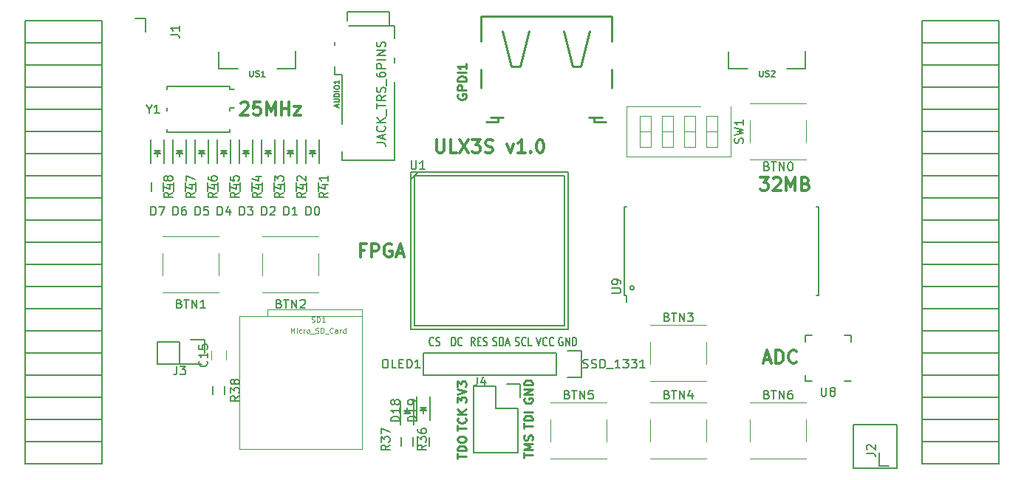
<source format=gto>
G04 #@! TF.FileFunction,Legend,Top*
%FSLAX46Y46*%
G04 Gerber Fmt 4.6, Leading zero omitted, Abs format (unit mm)*
G04 Created by KiCad (PCBNEW 4.0.7+dfsg1-1) date Tue Oct  3 19:54:00 2017*
%MOMM*%
%LPD*%
G01*
G04 APERTURE LIST*
%ADD10C,0.100000*%
%ADD11C,0.300000*%
%ADD12C,0.250000*%
%ADD13C,0.010160*%
%ADD14C,0.150000*%
%ADD15C,0.254000*%
%ADD16C,0.120000*%
%ADD17C,0.124460*%
%ADD18C,0.152400*%
G04 APERTURE END LIST*
D10*
D11*
X132442858Y-75076571D02*
X132442858Y-76290857D01*
X132514286Y-76433714D01*
X132585715Y-76505143D01*
X132728572Y-76576571D01*
X133014286Y-76576571D01*
X133157144Y-76505143D01*
X133228572Y-76433714D01*
X133300001Y-76290857D01*
X133300001Y-75076571D01*
X134728573Y-76576571D02*
X134014287Y-76576571D01*
X134014287Y-75076571D01*
X135085716Y-75076571D02*
X136085716Y-76576571D01*
X136085716Y-75076571D02*
X135085716Y-76576571D01*
X136514287Y-75076571D02*
X137442858Y-75076571D01*
X136942858Y-75648000D01*
X137157144Y-75648000D01*
X137300001Y-75719429D01*
X137371430Y-75790857D01*
X137442858Y-75933714D01*
X137442858Y-76290857D01*
X137371430Y-76433714D01*
X137300001Y-76505143D01*
X137157144Y-76576571D01*
X136728572Y-76576571D01*
X136585715Y-76505143D01*
X136514287Y-76433714D01*
X138014286Y-76505143D02*
X138228572Y-76576571D01*
X138585715Y-76576571D01*
X138728572Y-76505143D01*
X138800001Y-76433714D01*
X138871429Y-76290857D01*
X138871429Y-76148000D01*
X138800001Y-76005143D01*
X138728572Y-75933714D01*
X138585715Y-75862286D01*
X138300001Y-75790857D01*
X138157143Y-75719429D01*
X138085715Y-75648000D01*
X138014286Y-75505143D01*
X138014286Y-75362286D01*
X138085715Y-75219429D01*
X138157143Y-75148000D01*
X138300001Y-75076571D01*
X138657143Y-75076571D01*
X138871429Y-75148000D01*
X140514286Y-75576571D02*
X140871429Y-76576571D01*
X141228571Y-75576571D01*
X142585714Y-76576571D02*
X141728571Y-76576571D01*
X142157143Y-76576571D02*
X142157143Y-75076571D01*
X142014286Y-75290857D01*
X141871428Y-75433714D01*
X141728571Y-75505143D01*
X143228571Y-76433714D02*
X143299999Y-76505143D01*
X143228571Y-76576571D01*
X143157142Y-76505143D01*
X143228571Y-76433714D01*
X143228571Y-76576571D01*
X144228571Y-75076571D02*
X144371428Y-75076571D01*
X144514285Y-75148000D01*
X144585714Y-75219429D01*
X144657143Y-75362286D01*
X144728571Y-75648000D01*
X144728571Y-76005143D01*
X144657143Y-76290857D01*
X144585714Y-76433714D01*
X144514285Y-76505143D01*
X144371428Y-76576571D01*
X144228571Y-76576571D01*
X144085714Y-76505143D01*
X144014285Y-76433714D01*
X143942857Y-76290857D01*
X143871428Y-76005143D01*
X143871428Y-75648000D01*
X143942857Y-75362286D01*
X144014285Y-75219429D01*
X144085714Y-75148000D01*
X144228571Y-75076571D01*
X124175429Y-87728857D02*
X123675429Y-87728857D01*
X123675429Y-88514571D02*
X123675429Y-87014571D01*
X124389715Y-87014571D01*
X124961143Y-88514571D02*
X124961143Y-87014571D01*
X125532571Y-87014571D01*
X125675429Y-87086000D01*
X125746857Y-87157429D01*
X125818286Y-87300286D01*
X125818286Y-87514571D01*
X125746857Y-87657429D01*
X125675429Y-87728857D01*
X125532571Y-87800286D01*
X124961143Y-87800286D01*
X127246857Y-87086000D02*
X127104000Y-87014571D01*
X126889714Y-87014571D01*
X126675429Y-87086000D01*
X126532571Y-87228857D01*
X126461143Y-87371714D01*
X126389714Y-87657429D01*
X126389714Y-87871714D01*
X126461143Y-88157429D01*
X126532571Y-88300286D01*
X126675429Y-88443143D01*
X126889714Y-88514571D01*
X127032571Y-88514571D01*
X127246857Y-88443143D01*
X127318286Y-88371714D01*
X127318286Y-87871714D01*
X127032571Y-87871714D01*
X127889714Y-88086000D02*
X128604000Y-88086000D01*
X127746857Y-88514571D02*
X128246857Y-87014571D01*
X128746857Y-88514571D01*
X169510572Y-79394571D02*
X170439143Y-79394571D01*
X169939143Y-79966000D01*
X170153429Y-79966000D01*
X170296286Y-80037429D01*
X170367715Y-80108857D01*
X170439143Y-80251714D01*
X170439143Y-80608857D01*
X170367715Y-80751714D01*
X170296286Y-80823143D01*
X170153429Y-80894571D01*
X169724857Y-80894571D01*
X169582000Y-80823143D01*
X169510572Y-80751714D01*
X171010571Y-79537429D02*
X171082000Y-79466000D01*
X171224857Y-79394571D01*
X171582000Y-79394571D01*
X171724857Y-79466000D01*
X171796286Y-79537429D01*
X171867714Y-79680286D01*
X171867714Y-79823143D01*
X171796286Y-80037429D01*
X170939143Y-80894571D01*
X171867714Y-80894571D01*
X172510571Y-80894571D02*
X172510571Y-79394571D01*
X173010571Y-80466000D01*
X173510571Y-79394571D01*
X173510571Y-80894571D01*
X174724857Y-80108857D02*
X174939143Y-80180286D01*
X175010571Y-80251714D01*
X175082000Y-80394571D01*
X175082000Y-80608857D01*
X175010571Y-80751714D01*
X174939143Y-80823143D01*
X174796285Y-80894571D01*
X174224857Y-80894571D01*
X174224857Y-79394571D01*
X174724857Y-79394571D01*
X174867714Y-79466000D01*
X174939143Y-79537429D01*
X175010571Y-79680286D01*
X175010571Y-79823143D01*
X174939143Y-79966000D01*
X174867714Y-80037429D01*
X174724857Y-80108857D01*
X174224857Y-80108857D01*
X169966857Y-100278000D02*
X170681143Y-100278000D01*
X169824000Y-100706571D02*
X170324000Y-99206571D01*
X170824000Y-100706571D01*
X171324000Y-100706571D02*
X171324000Y-99206571D01*
X171681143Y-99206571D01*
X171895428Y-99278000D01*
X172038286Y-99420857D01*
X172109714Y-99563714D01*
X172181143Y-99849429D01*
X172181143Y-100063714D01*
X172109714Y-100349429D01*
X172038286Y-100492286D01*
X171895428Y-100635143D01*
X171681143Y-100706571D01*
X171324000Y-100706571D01*
X173681143Y-100563714D02*
X173609714Y-100635143D01*
X173395428Y-100706571D01*
X173252571Y-100706571D01*
X173038286Y-100635143D01*
X172895428Y-100492286D01*
X172824000Y-100349429D01*
X172752571Y-100063714D01*
X172752571Y-99849429D01*
X172824000Y-99563714D01*
X172895428Y-99420857D01*
X173038286Y-99278000D01*
X173252571Y-99206571D01*
X173395428Y-99206571D01*
X173609714Y-99278000D01*
X173681143Y-99349429D01*
X110011143Y-70901429D02*
X110082572Y-70830000D01*
X110225429Y-70758571D01*
X110582572Y-70758571D01*
X110725429Y-70830000D01*
X110796858Y-70901429D01*
X110868286Y-71044286D01*
X110868286Y-71187143D01*
X110796858Y-71401429D01*
X109939715Y-72258571D01*
X110868286Y-72258571D01*
X112225429Y-70758571D02*
X111511143Y-70758571D01*
X111439714Y-71472857D01*
X111511143Y-71401429D01*
X111654000Y-71330000D01*
X112011143Y-71330000D01*
X112154000Y-71401429D01*
X112225429Y-71472857D01*
X112296857Y-71615714D01*
X112296857Y-71972857D01*
X112225429Y-72115714D01*
X112154000Y-72187143D01*
X112011143Y-72258571D01*
X111654000Y-72258571D01*
X111511143Y-72187143D01*
X111439714Y-72115714D01*
X112939714Y-72258571D02*
X112939714Y-70758571D01*
X113439714Y-71830000D01*
X113939714Y-70758571D01*
X113939714Y-72258571D01*
X114654000Y-72258571D02*
X114654000Y-70758571D01*
X114654000Y-71472857D02*
X115511143Y-71472857D01*
X115511143Y-72258571D02*
X115511143Y-70758571D01*
X116082572Y-71258571D02*
X116868286Y-71258571D01*
X116082572Y-72258571D01*
X116868286Y-72258571D01*
D12*
X142447381Y-111521333D02*
X142447381Y-110949904D01*
X143447381Y-111235619D02*
X142447381Y-111235619D01*
X143447381Y-110616571D02*
X142447381Y-110616571D01*
X143161667Y-110283237D01*
X142447381Y-109949904D01*
X143447381Y-109949904D01*
X143399762Y-109521333D02*
X143447381Y-109378476D01*
X143447381Y-109140380D01*
X143399762Y-109045142D01*
X143352143Y-108997523D01*
X143256905Y-108949904D01*
X143161667Y-108949904D01*
X143066429Y-108997523D01*
X143018810Y-109045142D01*
X142971190Y-109140380D01*
X142923571Y-109330857D01*
X142875952Y-109426095D01*
X142828333Y-109473714D01*
X142733095Y-109521333D01*
X142637857Y-109521333D01*
X142542619Y-109473714D01*
X142495000Y-109426095D01*
X142447381Y-109330857D01*
X142447381Y-109092761D01*
X142495000Y-108949904D01*
X142447381Y-108163809D02*
X142447381Y-107592380D01*
X143447381Y-107878095D02*
X142447381Y-107878095D01*
X143447381Y-107259047D02*
X142447381Y-107259047D01*
X142447381Y-107020952D01*
X142495000Y-106878094D01*
X142590238Y-106782856D01*
X142685476Y-106735237D01*
X142875952Y-106687618D01*
X143018810Y-106687618D01*
X143209286Y-106735237D01*
X143304524Y-106782856D01*
X143399762Y-106878094D01*
X143447381Y-107020952D01*
X143447381Y-107259047D01*
X143447381Y-106259047D02*
X142447381Y-106259047D01*
X142495000Y-104726904D02*
X142447381Y-104822142D01*
X142447381Y-104964999D01*
X142495000Y-105107857D01*
X142590238Y-105203095D01*
X142685476Y-105250714D01*
X142875952Y-105298333D01*
X143018810Y-105298333D01*
X143209286Y-105250714D01*
X143304524Y-105203095D01*
X143399762Y-105107857D01*
X143447381Y-104964999D01*
X143447381Y-104869761D01*
X143399762Y-104726904D01*
X143352143Y-104679285D01*
X143018810Y-104679285D01*
X143018810Y-104869761D01*
X143447381Y-104250714D02*
X142447381Y-104250714D01*
X143447381Y-103679285D01*
X142447381Y-103679285D01*
X143447381Y-103203095D02*
X142447381Y-103203095D01*
X142447381Y-102965000D01*
X142495000Y-102822142D01*
X142590238Y-102726904D01*
X142685476Y-102679285D01*
X142875952Y-102631666D01*
X143018810Y-102631666D01*
X143209286Y-102679285D01*
X143304524Y-102726904D01*
X143399762Y-102822142D01*
X143447381Y-102965000D01*
X143447381Y-103203095D01*
X134827381Y-111624524D02*
X134827381Y-111053095D01*
X135827381Y-111338810D02*
X134827381Y-111338810D01*
X135827381Y-110719762D02*
X134827381Y-110719762D01*
X134827381Y-110481667D01*
X134875000Y-110338809D01*
X134970238Y-110243571D01*
X135065476Y-110195952D01*
X135255952Y-110148333D01*
X135398810Y-110148333D01*
X135589286Y-110195952D01*
X135684524Y-110243571D01*
X135779762Y-110338809D01*
X135827381Y-110481667D01*
X135827381Y-110719762D01*
X134827381Y-109529286D02*
X134827381Y-109338809D01*
X134875000Y-109243571D01*
X134970238Y-109148333D01*
X135160714Y-109100714D01*
X135494048Y-109100714D01*
X135684524Y-109148333D01*
X135779762Y-109243571D01*
X135827381Y-109338809D01*
X135827381Y-109529286D01*
X135779762Y-109624524D01*
X135684524Y-109719762D01*
X135494048Y-109767381D01*
X135160714Y-109767381D01*
X134970238Y-109719762D01*
X134875000Y-109624524D01*
X134827381Y-109529286D01*
X134827381Y-108425714D02*
X134827381Y-107854285D01*
X135827381Y-108140000D02*
X134827381Y-108140000D01*
X135732143Y-106949523D02*
X135779762Y-106997142D01*
X135827381Y-107139999D01*
X135827381Y-107235237D01*
X135779762Y-107378095D01*
X135684524Y-107473333D01*
X135589286Y-107520952D01*
X135398810Y-107568571D01*
X135255952Y-107568571D01*
X135065476Y-107520952D01*
X134970238Y-107473333D01*
X134875000Y-107378095D01*
X134827381Y-107235237D01*
X134827381Y-107139999D01*
X134875000Y-106997142D01*
X134922619Y-106949523D01*
X135827381Y-106520952D02*
X134827381Y-106520952D01*
X135827381Y-105949523D02*
X135255952Y-106378095D01*
X134827381Y-105949523D02*
X135398810Y-106520952D01*
X134827381Y-105203095D02*
X134827381Y-104584047D01*
X135208333Y-104917381D01*
X135208333Y-104774523D01*
X135255952Y-104679285D01*
X135303571Y-104631666D01*
X135398810Y-104584047D01*
X135636905Y-104584047D01*
X135732143Y-104631666D01*
X135779762Y-104679285D01*
X135827381Y-104774523D01*
X135827381Y-105060238D01*
X135779762Y-105155476D01*
X135732143Y-105203095D01*
X134827381Y-104298333D02*
X135827381Y-103965000D01*
X134827381Y-103631666D01*
X134827381Y-103393571D02*
X134827381Y-102774523D01*
X135208333Y-103107857D01*
X135208333Y-102964999D01*
X135255952Y-102869761D01*
X135303571Y-102822142D01*
X135398810Y-102774523D01*
X135636905Y-102774523D01*
X135732143Y-102822142D01*
X135779762Y-102869761D01*
X135827381Y-102964999D01*
X135827381Y-103250714D01*
X135779762Y-103345952D01*
X135732143Y-103393571D01*
D13*
X113070000Y-95320000D02*
X113070000Y-94520000D01*
X113070000Y-94520000D02*
X123870000Y-94520000D01*
X123870000Y-94520000D02*
X123870000Y-95320000D01*
X109870000Y-110520000D02*
X109870000Y-95320000D01*
X109870000Y-95320000D02*
X123870000Y-95320000D01*
X123870000Y-95320000D02*
X123870000Y-110520000D01*
X123870000Y-110520000D02*
X109870000Y-110520000D01*
D14*
X117480000Y-75060000D02*
X117480000Y-77760000D01*
X118980000Y-75060000D02*
X118980000Y-77760000D01*
X118080000Y-76560000D02*
X118330000Y-76560000D01*
X118330000Y-76560000D02*
X118180000Y-76410000D01*
X118580000Y-76310000D02*
X117880000Y-76310000D01*
X118230000Y-76660000D02*
X118230000Y-77010000D01*
X118230000Y-76310000D02*
X118580000Y-76660000D01*
X118580000Y-76660000D02*
X117880000Y-76660000D01*
X117880000Y-76660000D02*
X118230000Y-76310000D01*
X114940000Y-75060000D02*
X114940000Y-77760000D01*
X116440000Y-75060000D02*
X116440000Y-77760000D01*
X115540000Y-76560000D02*
X115790000Y-76560000D01*
X115790000Y-76560000D02*
X115640000Y-76410000D01*
X116040000Y-76310000D02*
X115340000Y-76310000D01*
X115690000Y-76660000D02*
X115690000Y-77010000D01*
X115690000Y-76310000D02*
X116040000Y-76660000D01*
X116040000Y-76660000D02*
X115340000Y-76660000D01*
X115340000Y-76660000D02*
X115690000Y-76310000D01*
X112400000Y-75060000D02*
X112400000Y-77760000D01*
X113900000Y-75060000D02*
X113900000Y-77760000D01*
X113000000Y-76560000D02*
X113250000Y-76560000D01*
X113250000Y-76560000D02*
X113100000Y-76410000D01*
X113500000Y-76310000D02*
X112800000Y-76310000D01*
X113150000Y-76660000D02*
X113150000Y-77010000D01*
X113150000Y-76310000D02*
X113500000Y-76660000D01*
X113500000Y-76660000D02*
X112800000Y-76660000D01*
X112800000Y-76660000D02*
X113150000Y-76310000D01*
X109860000Y-75060000D02*
X109860000Y-77760000D01*
X111360000Y-75060000D02*
X111360000Y-77760000D01*
X110460000Y-76560000D02*
X110710000Y-76560000D01*
X110710000Y-76560000D02*
X110560000Y-76410000D01*
X110960000Y-76310000D02*
X110260000Y-76310000D01*
X110610000Y-76660000D02*
X110610000Y-77010000D01*
X110610000Y-76310000D02*
X110960000Y-76660000D01*
X110960000Y-76660000D02*
X110260000Y-76660000D01*
X110260000Y-76660000D02*
X110610000Y-76310000D01*
X107320000Y-75060000D02*
X107320000Y-77760000D01*
X108820000Y-75060000D02*
X108820000Y-77760000D01*
X107920000Y-76560000D02*
X108170000Y-76560000D01*
X108170000Y-76560000D02*
X108020000Y-76410000D01*
X108420000Y-76310000D02*
X107720000Y-76310000D01*
X108070000Y-76660000D02*
X108070000Y-77010000D01*
X108070000Y-76310000D02*
X108420000Y-76660000D01*
X108420000Y-76660000D02*
X107720000Y-76660000D01*
X107720000Y-76660000D02*
X108070000Y-76310000D01*
X104780000Y-75060000D02*
X104780000Y-77760000D01*
X106280000Y-75060000D02*
X106280000Y-77760000D01*
X105380000Y-76560000D02*
X105630000Y-76560000D01*
X105630000Y-76560000D02*
X105480000Y-76410000D01*
X105880000Y-76310000D02*
X105180000Y-76310000D01*
X105530000Y-76660000D02*
X105530000Y-77010000D01*
X105530000Y-76310000D02*
X105880000Y-76660000D01*
X105880000Y-76660000D02*
X105180000Y-76660000D01*
X105180000Y-76660000D02*
X105530000Y-76310000D01*
X102240000Y-75060000D02*
X102240000Y-77760000D01*
X103740000Y-75060000D02*
X103740000Y-77760000D01*
X102840000Y-76560000D02*
X103090000Y-76560000D01*
X103090000Y-76560000D02*
X102940000Y-76410000D01*
X103340000Y-76310000D02*
X102640000Y-76310000D01*
X102990000Y-76660000D02*
X102990000Y-77010000D01*
X102990000Y-76310000D02*
X103340000Y-76660000D01*
X103340000Y-76660000D02*
X102640000Y-76660000D01*
X102640000Y-76660000D02*
X102990000Y-76310000D01*
X99700000Y-75060000D02*
X99700000Y-77760000D01*
X101200000Y-75060000D02*
X101200000Y-77760000D01*
X100300000Y-76560000D02*
X100550000Y-76560000D01*
X100550000Y-76560000D02*
X100400000Y-76410000D01*
X100800000Y-76310000D02*
X100100000Y-76310000D01*
X100450000Y-76660000D02*
X100450000Y-77010000D01*
X100450000Y-76310000D02*
X100800000Y-76660000D01*
X100800000Y-76660000D02*
X100100000Y-76660000D01*
X100100000Y-76660000D02*
X100450000Y-76310000D01*
X176180000Y-92880000D02*
X175980000Y-92880000D01*
X176180000Y-82720000D02*
X175980000Y-82720000D01*
X155080000Y-92050000D02*
G75*
G03X155080000Y-92050000I-250000J0D01*
G01*
X154180000Y-92880000D02*
X154180000Y-93700000D01*
X153980000Y-92880000D02*
X154180000Y-92880000D01*
X153980000Y-82720000D02*
X154180000Y-82720000D01*
X176190000Y-82720000D02*
X176190000Y-92880000D01*
X153970000Y-92880000D02*
X153970000Y-82720000D01*
X85270000Y-112220000D02*
X94100000Y-112220000D01*
X85270000Y-109680000D02*
X85270000Y-112220000D01*
X94100000Y-109680000D02*
X94100000Y-112220000D01*
X94100000Y-112220000D02*
X85270000Y-112220000D01*
X94100000Y-109680000D02*
X85270000Y-109680000D01*
X94100000Y-107140000D02*
X94100000Y-109680000D01*
X85270000Y-107140000D02*
X85270000Y-109680000D01*
X85270000Y-109680000D02*
X94100000Y-109680000D01*
X85270000Y-91900000D02*
X94100000Y-91900000D01*
X85270000Y-89360000D02*
X85270000Y-91900000D01*
X94100000Y-89360000D02*
X94100000Y-91900000D01*
X94100000Y-91900000D02*
X85270000Y-91900000D01*
X94100000Y-94440000D02*
X85270000Y-94440000D01*
X94100000Y-91900000D02*
X94100000Y-94440000D01*
X85270000Y-91900000D02*
X85270000Y-94440000D01*
X85270000Y-94440000D02*
X94100000Y-94440000D01*
X85270000Y-107140000D02*
X94100000Y-107140000D01*
X85270000Y-104600000D02*
X85270000Y-107140000D01*
X94100000Y-104600000D02*
X94100000Y-107140000D01*
X94100000Y-107140000D02*
X85270000Y-107140000D01*
X94100000Y-104600000D02*
X85270000Y-104600000D01*
X94100000Y-102060000D02*
X94100000Y-104600000D01*
X85270000Y-102060000D02*
X85270000Y-104600000D01*
X85270000Y-104600000D02*
X94100000Y-104600000D01*
X85270000Y-102060000D02*
X94100000Y-102060000D01*
X85270000Y-99520000D02*
X85270000Y-102060000D01*
X94100000Y-99520000D02*
X94100000Y-102060000D01*
X94100000Y-102060000D02*
X85270000Y-102060000D01*
X94100000Y-99520000D02*
X85270000Y-99520000D01*
X94100000Y-96980000D02*
X94100000Y-99520000D01*
X85270000Y-96980000D02*
X85270000Y-99520000D01*
X85270000Y-99520000D02*
X94100000Y-99520000D01*
X85270000Y-96980000D02*
X94100000Y-96980000D01*
X85270000Y-94440000D02*
X85270000Y-96980000D01*
X94100000Y-94440000D02*
X94100000Y-96980000D01*
X94100000Y-96980000D02*
X85270000Y-96980000D01*
X94100000Y-79200000D02*
X85270000Y-79200000D01*
X94100000Y-76660000D02*
X94100000Y-79200000D01*
X85270000Y-76660000D02*
X85270000Y-79200000D01*
X85270000Y-79200000D02*
X94100000Y-79200000D01*
X85270000Y-81740000D02*
X94100000Y-81740000D01*
X85270000Y-79200000D02*
X85270000Y-81740000D01*
X94100000Y-79200000D02*
X94100000Y-81740000D01*
X94100000Y-81740000D02*
X85270000Y-81740000D01*
X94100000Y-84280000D02*
X85270000Y-84280000D01*
X94100000Y-81740000D02*
X94100000Y-84280000D01*
X85270000Y-81740000D02*
X85270000Y-84280000D01*
X85270000Y-84280000D02*
X94100000Y-84280000D01*
X85270000Y-86820000D02*
X94100000Y-86820000D01*
X85270000Y-84280000D02*
X85270000Y-86820000D01*
X94100000Y-84280000D02*
X94100000Y-86820000D01*
X94100000Y-86820000D02*
X85270000Y-86820000D01*
X94100000Y-89360000D02*
X85270000Y-89360000D01*
X94100000Y-86820000D02*
X94100000Y-89360000D01*
X85270000Y-86820000D02*
X85270000Y-89360000D01*
X85270000Y-89360000D02*
X94100000Y-89360000D01*
X85270000Y-76660000D02*
X94100000Y-76660000D01*
X85270000Y-74120000D02*
X85270000Y-76660000D01*
X94100000Y-74120000D02*
X94100000Y-76660000D01*
X94100000Y-76660000D02*
X85270000Y-76660000D01*
X94100000Y-74120000D02*
X85270000Y-74120000D01*
X94100000Y-71580000D02*
X94100000Y-74120000D01*
X85270000Y-71580000D02*
X85270000Y-74120000D01*
X85270000Y-74120000D02*
X94100000Y-74120000D01*
X85270000Y-71580000D02*
X94100000Y-71580000D01*
X85270000Y-69040000D02*
X85270000Y-71580000D01*
X94100000Y-69040000D02*
X94100000Y-71580000D01*
X94100000Y-71580000D02*
X85270000Y-71580000D01*
X94100000Y-69040000D02*
X85270000Y-69040000D01*
X94100000Y-66500000D02*
X94100000Y-69040000D01*
X85270000Y-66500000D02*
X85270000Y-69040000D01*
X85270000Y-69040000D02*
X94100000Y-69040000D01*
X85270000Y-66500000D02*
X94100000Y-66500000D01*
X85270000Y-63960000D02*
X85270000Y-66500000D01*
X94100000Y-63960000D02*
X94100000Y-66500000D01*
X94100000Y-66500000D02*
X85270000Y-66500000D01*
X94100000Y-63960000D02*
X85270000Y-63960000D01*
X94100000Y-61420000D02*
X94100000Y-63960000D01*
X99060000Y-62690000D02*
X99060000Y-61140000D01*
X99060000Y-61140000D02*
X97910000Y-61140000D01*
X94100000Y-61420000D02*
X85270000Y-61420000D01*
X85270000Y-61420000D02*
X85270000Y-63960000D01*
X85270000Y-63960000D02*
X94100000Y-63960000D01*
X196910000Y-61420000D02*
X188080000Y-61420000D01*
X196910000Y-63960000D02*
X196910000Y-61420000D01*
X188080000Y-63960000D02*
X188080000Y-61420000D01*
X188080000Y-61420000D02*
X196910000Y-61420000D01*
X188080000Y-63960000D02*
X196910000Y-63960000D01*
X188080000Y-66500000D02*
X188080000Y-63960000D01*
X196910000Y-66500000D02*
X196910000Y-63960000D01*
X196910000Y-63960000D02*
X188080000Y-63960000D01*
X196910000Y-81740000D02*
X188080000Y-81740000D01*
X196910000Y-84280000D02*
X196910000Y-81740000D01*
X188080000Y-84280000D02*
X188080000Y-81740000D01*
X188080000Y-81740000D02*
X196910000Y-81740000D01*
X188080000Y-79200000D02*
X196910000Y-79200000D01*
X188080000Y-81740000D02*
X188080000Y-79200000D01*
X196910000Y-81740000D02*
X196910000Y-79200000D01*
X196910000Y-79200000D02*
X188080000Y-79200000D01*
X196910000Y-66500000D02*
X188080000Y-66500000D01*
X196910000Y-69040000D02*
X196910000Y-66500000D01*
X188080000Y-69040000D02*
X188080000Y-66500000D01*
X188080000Y-66500000D02*
X196910000Y-66500000D01*
X188080000Y-69040000D02*
X196910000Y-69040000D01*
X188080000Y-71580000D02*
X188080000Y-69040000D01*
X196910000Y-71580000D02*
X196910000Y-69040000D01*
X196910000Y-69040000D02*
X188080000Y-69040000D01*
X196910000Y-71580000D02*
X188080000Y-71580000D01*
X196910000Y-74120000D02*
X196910000Y-71580000D01*
X188080000Y-74120000D02*
X188080000Y-71580000D01*
X188080000Y-71580000D02*
X196910000Y-71580000D01*
X188080000Y-74120000D02*
X196910000Y-74120000D01*
X188080000Y-76660000D02*
X188080000Y-74120000D01*
X196910000Y-76660000D02*
X196910000Y-74120000D01*
X196910000Y-74120000D02*
X188080000Y-74120000D01*
X196910000Y-76660000D02*
X188080000Y-76660000D01*
X196910000Y-79200000D02*
X196910000Y-76660000D01*
X188080000Y-79200000D02*
X188080000Y-76660000D01*
X188080000Y-76660000D02*
X196910000Y-76660000D01*
X188080000Y-94440000D02*
X196910000Y-94440000D01*
X188080000Y-96980000D02*
X188080000Y-94440000D01*
X196910000Y-96980000D02*
X196910000Y-94440000D01*
X196910000Y-94440000D02*
X188080000Y-94440000D01*
X196910000Y-91900000D02*
X188080000Y-91900000D01*
X196910000Y-94440000D02*
X196910000Y-91900000D01*
X188080000Y-94440000D02*
X188080000Y-91900000D01*
X188080000Y-91900000D02*
X196910000Y-91900000D01*
X188080000Y-89360000D02*
X196910000Y-89360000D01*
X188080000Y-91900000D02*
X188080000Y-89360000D01*
X196910000Y-91900000D02*
X196910000Y-89360000D01*
X196910000Y-89360000D02*
X188080000Y-89360000D01*
X196910000Y-86820000D02*
X188080000Y-86820000D01*
X196910000Y-89360000D02*
X196910000Y-86820000D01*
X188080000Y-89360000D02*
X188080000Y-86820000D01*
X188080000Y-86820000D02*
X196910000Y-86820000D01*
X188080000Y-84280000D02*
X196910000Y-84280000D01*
X188080000Y-86820000D02*
X188080000Y-84280000D01*
X196910000Y-86820000D02*
X196910000Y-84280000D01*
X196910000Y-84280000D02*
X188080000Y-84280000D01*
X196910000Y-96980000D02*
X188080000Y-96980000D01*
X196910000Y-99520000D02*
X196910000Y-96980000D01*
X188080000Y-99520000D02*
X188080000Y-96980000D01*
X188080000Y-96980000D02*
X196910000Y-96980000D01*
X188080000Y-99520000D02*
X196910000Y-99520000D01*
X188080000Y-102060000D02*
X188080000Y-99520000D01*
X196910000Y-102060000D02*
X196910000Y-99520000D01*
X196910000Y-99520000D02*
X188080000Y-99520000D01*
X196910000Y-102060000D02*
X188080000Y-102060000D01*
X196910000Y-104600000D02*
X196910000Y-102060000D01*
X188080000Y-104600000D02*
X188080000Y-102060000D01*
X188080000Y-102060000D02*
X196910000Y-102060000D01*
X188080000Y-104600000D02*
X196910000Y-104600000D01*
X188080000Y-107140000D02*
X188080000Y-104600000D01*
X196910000Y-107140000D02*
X196910000Y-104600000D01*
X196910000Y-104600000D02*
X188080000Y-104600000D01*
X196910000Y-107140000D02*
X188080000Y-107140000D01*
X196910000Y-109680000D02*
X196910000Y-107140000D01*
X188080000Y-109680000D02*
X188080000Y-107140000D01*
X188080000Y-107140000D02*
X196910000Y-107140000D01*
X188080000Y-109680000D02*
X196910000Y-109680000D01*
X188080000Y-112220000D02*
X188080000Y-109680000D01*
X183120000Y-110950000D02*
X183120000Y-112500000D01*
X183120000Y-112500000D02*
X184270000Y-112500000D01*
X188080000Y-112220000D02*
X196910000Y-112220000D01*
X196910000Y-112220000D02*
X196910000Y-109680000D01*
X196910000Y-109680000D02*
X188080000Y-109680000D01*
X108724000Y-69280000D02*
X109274000Y-69280000D01*
X101524000Y-68980000D02*
X101524000Y-69280000D01*
X101524000Y-74180000D02*
X101524000Y-73880000D01*
X108724000Y-74180000D02*
X108724000Y-73880000D01*
X108724000Y-68980000D02*
X108724000Y-69280000D01*
X108724000Y-68980000D02*
X101524000Y-68980000D01*
X108724000Y-71380000D02*
X109274000Y-71380000D01*
X108724000Y-74180000D02*
X101524000Y-74180000D01*
X101524000Y-71380000D02*
X101524000Y-71780000D01*
X108724000Y-71380000D02*
X108724000Y-71780000D01*
X105810000Y-99520000D02*
X105810000Y-97970000D01*
X102990000Y-100790000D02*
X105530000Y-100790000D01*
X105810000Y-97970000D02*
X104260000Y-97970000D01*
X100450000Y-100790000D02*
X102990000Y-100790000D01*
X102990000Y-100790000D02*
X102990000Y-98250000D01*
X102990000Y-98250000D02*
X100450000Y-98250000D01*
X100450000Y-98250000D02*
X100450000Y-100790000D01*
X129775000Y-107724000D02*
X129775000Y-105024000D01*
X128275000Y-107724000D02*
X128275000Y-105024000D01*
X129175000Y-106224000D02*
X128925000Y-106224000D01*
X128925000Y-106224000D02*
X129075000Y-106374000D01*
X128675000Y-106474000D02*
X129375000Y-106474000D01*
X129025000Y-106124000D02*
X129025000Y-105774000D01*
X129025000Y-106474000D02*
X128675000Y-106124000D01*
X128675000Y-106124000D02*
X129375000Y-106124000D01*
X129375000Y-106124000D02*
X129025000Y-106474000D01*
X130180000Y-104524000D02*
X130180000Y-107224000D01*
X131680000Y-104524000D02*
X131680000Y-107224000D01*
X130780000Y-106024000D02*
X131030000Y-106024000D01*
X131030000Y-106024000D02*
X130880000Y-105874000D01*
X131280000Y-105774000D02*
X130580000Y-105774000D01*
X130930000Y-106124000D02*
X130930000Y-106474000D01*
X130930000Y-105774000D02*
X131280000Y-106124000D01*
X131280000Y-106124000D02*
X130580000Y-106124000D01*
X130580000Y-106124000D02*
X130930000Y-105774000D01*
X128350000Y-110180000D02*
X128350000Y-109180000D01*
X129700000Y-109180000D02*
X129700000Y-110180000D01*
X131605000Y-109180000D02*
X131605000Y-110180000D01*
X130255000Y-110180000D02*
X130255000Y-109180000D01*
X106805000Y-104300000D02*
X106805000Y-103300000D01*
X108155000Y-103300000D02*
X108155000Y-104300000D01*
X116280000Y-64925000D02*
X116280000Y-66925000D01*
X116280000Y-66925000D02*
X114130000Y-66925000D01*
X109630000Y-66925000D02*
X107480000Y-66925000D01*
X107480000Y-66925000D02*
X107480000Y-64975000D01*
X174700000Y-64925000D02*
X174700000Y-66925000D01*
X174700000Y-66925000D02*
X172550000Y-66925000D01*
X168050000Y-66925000D02*
X165900000Y-66925000D01*
X165900000Y-66925000D02*
X165900000Y-64975000D01*
X141725000Y-110950000D02*
X141725000Y-105870000D01*
X142005000Y-103050000D02*
X142005000Y-104600000D01*
X139185000Y-103330000D02*
X139185000Y-105870000D01*
X139185000Y-105870000D02*
X141725000Y-105870000D01*
X141725000Y-110950000D02*
X136645000Y-110950000D01*
X136645000Y-110950000D02*
X136645000Y-105870000D01*
X142005000Y-103050000D02*
X140455000Y-103050000D01*
X136645000Y-103330000D02*
X139185000Y-103330000D01*
X136645000Y-105870000D02*
X136645000Y-103330000D01*
X118905000Y-79970000D02*
X118905000Y-80970000D01*
X117555000Y-80970000D02*
X117555000Y-79970000D01*
X116365000Y-79970000D02*
X116365000Y-80970000D01*
X115015000Y-80970000D02*
X115015000Y-79970000D01*
X113825000Y-79970000D02*
X113825000Y-80970000D01*
X112475000Y-80970000D02*
X112475000Y-79970000D01*
X111285000Y-79970000D02*
X111285000Y-80970000D01*
X109935000Y-80970000D02*
X109935000Y-79970000D01*
X108745000Y-79970000D02*
X108745000Y-80970000D01*
X107395000Y-80970000D02*
X107395000Y-79970000D01*
X106205000Y-79970000D02*
X106205000Y-80970000D01*
X104855000Y-80970000D02*
X104855000Y-79970000D01*
X103665000Y-79970000D02*
X103665000Y-80970000D01*
X102315000Y-80970000D02*
X102315000Y-79970000D01*
X101125000Y-79970000D02*
X101125000Y-80970000D01*
X99775000Y-80970000D02*
X99775000Y-79970000D01*
X174660000Y-102780000D02*
X174660000Y-102030000D01*
X179910000Y-97530000D02*
X179910000Y-98280000D01*
X174660000Y-97530000D02*
X174660000Y-98280000D01*
X179910000Y-102780000D02*
X179160000Y-102780000D01*
X179910000Y-97530000D02*
X179160000Y-97530000D01*
X174660000Y-97530000D02*
X175410000Y-97530000D01*
X174660000Y-102780000D02*
X175410000Y-102780000D01*
X130280000Y-78800000D02*
X129480000Y-79600000D01*
X129480000Y-96800000D02*
X129480000Y-78800000D01*
X147480000Y-96800000D02*
X129480000Y-96800000D01*
X147480000Y-78800000D02*
X147480000Y-96800000D01*
X129480000Y-78800000D02*
X147480000Y-78800000D01*
X129880000Y-96400000D02*
X129880000Y-79200000D01*
X147080000Y-96400000D02*
X129880000Y-96400000D01*
X147080000Y-79200000D02*
X147080000Y-96400000D01*
X129880000Y-79200000D02*
X147080000Y-79200000D01*
X180180640Y-107700640D02*
X185179360Y-107700640D01*
X185179360Y-107700640D02*
X185179360Y-112699360D01*
X185179360Y-112699360D02*
X180180640Y-112699360D01*
X180180640Y-112699360D02*
X180180640Y-107700640D01*
X146170000Y-99520000D02*
X130930000Y-99520000D01*
X130930000Y-99520000D02*
X130930000Y-102060000D01*
X130930000Y-102060000D02*
X146170000Y-102060000D01*
X148990000Y-99240000D02*
X147440000Y-99240000D01*
X146170000Y-99520000D02*
X146170000Y-102060000D01*
X147440000Y-102340000D02*
X148990000Y-102340000D01*
X148990000Y-102340000D02*
X148990000Y-99240000D01*
X122180000Y-60440000D02*
X122180000Y-61440000D01*
X126980000Y-60440000D02*
X122180000Y-60440000D01*
X126980000Y-62040000D02*
X126980000Y-60440000D01*
X127580000Y-62040000D02*
X122380000Y-62040000D01*
X120780000Y-64240000D02*
X120780000Y-63840000D01*
X120780000Y-67640000D02*
X120780000Y-66640000D01*
X121580000Y-67640000D02*
X120780000Y-67640000D01*
X121580000Y-73240000D02*
X121580000Y-67640000D01*
X121580000Y-77440000D02*
X121580000Y-76440000D01*
X127580000Y-77440000D02*
X121580000Y-77440000D01*
X127580000Y-68440000D02*
X127580000Y-77440000D01*
X127580000Y-65640000D02*
X127580000Y-66240000D01*
X127580000Y-62040000D02*
X127580000Y-63440000D01*
D15*
X151378260Y-72548160D02*
X150479100Y-72548160D01*
X150479100Y-72548160D02*
X149879660Y-72548160D01*
X140080340Y-72548160D02*
X139480900Y-72548160D01*
X139480900Y-72548160D02*
X138581740Y-72548160D01*
X137481920Y-69149640D02*
X137481920Y-66998260D01*
X137481920Y-63800400D02*
X137481920Y-60892100D01*
X137481920Y-60892100D02*
X152478080Y-60892100D01*
X152478080Y-60892100D02*
X152478080Y-63800400D01*
X152478080Y-66998260D02*
X152478080Y-69149640D01*
X138106760Y-73048540D02*
X139480900Y-73048540D01*
X139480900Y-73048540D02*
X139480900Y-72548160D01*
X150479100Y-72548160D02*
X150479100Y-73048540D01*
X150479100Y-73048540D02*
X151865940Y-73048540D01*
X142981020Y-62632000D02*
X141980260Y-66632500D01*
X141980260Y-66632500D02*
X140982040Y-66632500D01*
X140982040Y-66632500D02*
X139981280Y-62632000D01*
X146978980Y-62632000D02*
X147979740Y-66632500D01*
X147979740Y-66632500D02*
X148977960Y-66632500D01*
X148977960Y-66632500D02*
X149978720Y-62632000D01*
D16*
X168340000Y-77350000D02*
X168340000Y-77320000D01*
X168340000Y-70890000D02*
X168340000Y-70920000D01*
X174800000Y-70890000D02*
X174800000Y-70920000D01*
X174800000Y-77320000D02*
X174800000Y-77350000D01*
X168340000Y-75420000D02*
X168340000Y-72820000D01*
X174800000Y-77350000D02*
X168340000Y-77350000D01*
X174800000Y-75420000D02*
X174800000Y-72820000D01*
X174800000Y-70890000D02*
X168340000Y-70890000D01*
X107490000Y-86130000D02*
X107490000Y-86160000D01*
X107490000Y-92590000D02*
X107490000Y-92560000D01*
X101030000Y-92590000D02*
X101030000Y-92560000D01*
X101030000Y-86160000D02*
X101030000Y-86130000D01*
X107490000Y-88060000D02*
X107490000Y-90660000D01*
X101030000Y-86130000D02*
X107490000Y-86130000D01*
X101030000Y-88060000D02*
X101030000Y-90660000D01*
X101030000Y-92590000D02*
X107490000Y-92590000D01*
X118920000Y-86130000D02*
X118920000Y-86160000D01*
X118920000Y-92590000D02*
X118920000Y-92560000D01*
X112460000Y-92590000D02*
X112460000Y-92560000D01*
X112460000Y-86160000D02*
X112460000Y-86130000D01*
X118920000Y-88060000D02*
X118920000Y-90660000D01*
X112460000Y-86130000D02*
X118920000Y-86130000D01*
X112460000Y-88060000D02*
X112460000Y-90660000D01*
X112460000Y-92590000D02*
X118920000Y-92590000D01*
X163370000Y-96290000D02*
X163370000Y-96320000D01*
X163370000Y-102750000D02*
X163370000Y-102720000D01*
X156910000Y-102750000D02*
X156910000Y-102720000D01*
X156910000Y-96320000D02*
X156910000Y-96290000D01*
X163370000Y-98220000D02*
X163370000Y-100820000D01*
X156910000Y-96290000D02*
X163370000Y-96290000D01*
X156910000Y-98220000D02*
X156910000Y-100820000D01*
X156910000Y-102750000D02*
X163370000Y-102750000D01*
X156910000Y-111640000D02*
X156910000Y-111610000D01*
X156910000Y-105180000D02*
X156910000Y-105210000D01*
X163370000Y-105180000D02*
X163370000Y-105210000D01*
X163370000Y-111610000D02*
X163370000Y-111640000D01*
X156910000Y-109710000D02*
X156910000Y-107110000D01*
X163370000Y-111640000D02*
X156910000Y-111640000D01*
X163370000Y-109710000D02*
X163370000Y-107110000D01*
X163370000Y-105180000D02*
X156910000Y-105180000D01*
X145480000Y-111640000D02*
X145480000Y-111610000D01*
X145480000Y-105180000D02*
X145480000Y-105210000D01*
X151940000Y-105180000D02*
X151940000Y-105210000D01*
X151940000Y-111610000D02*
X151940000Y-111640000D01*
X145480000Y-109710000D02*
X145480000Y-107110000D01*
X151940000Y-111640000D02*
X145480000Y-111640000D01*
X151940000Y-109710000D02*
X151940000Y-107110000D01*
X151940000Y-105180000D02*
X145480000Y-105180000D01*
X168340000Y-111640000D02*
X168340000Y-111610000D01*
X168340000Y-105180000D02*
X168340000Y-105210000D01*
X174800000Y-105180000D02*
X174800000Y-105210000D01*
X174800000Y-111610000D02*
X174800000Y-111640000D01*
X168340000Y-109710000D02*
X168340000Y-107110000D01*
X174800000Y-111640000D02*
X168340000Y-111640000D01*
X174800000Y-109710000D02*
X174800000Y-107110000D01*
X174800000Y-105180000D02*
X168340000Y-105180000D01*
X166120000Y-71275000D02*
X166120000Y-76965000D01*
X166120000Y-76965000D02*
X154160000Y-76965000D01*
X154160000Y-76965000D02*
X154160000Y-71275000D01*
X154160000Y-71275000D02*
X162680000Y-71275000D01*
X164585000Y-72310000D02*
X163315000Y-72310000D01*
X163315000Y-72310000D02*
X163315000Y-75930000D01*
X163315000Y-75930000D02*
X164585000Y-75930000D01*
X164585000Y-75930000D02*
X164585000Y-72310000D01*
X164585000Y-74120000D02*
X163315000Y-74120000D01*
X162045000Y-72310000D02*
X160775000Y-72310000D01*
X160775000Y-72310000D02*
X160775000Y-75930000D01*
X160775000Y-75930000D02*
X162045000Y-75930000D01*
X162045000Y-75930000D02*
X162045000Y-72310000D01*
X162045000Y-74120000D02*
X160775000Y-74120000D01*
X159505000Y-72310000D02*
X158235000Y-72310000D01*
X158235000Y-72310000D02*
X158235000Y-75930000D01*
X158235000Y-75930000D02*
X159505000Y-75930000D01*
X159505000Y-75930000D02*
X159505000Y-72310000D01*
X159505000Y-74120000D02*
X158235000Y-74120000D01*
X156965000Y-72310000D02*
X155695000Y-72310000D01*
X155695000Y-72310000D02*
X155695000Y-75930000D01*
X155695000Y-75930000D02*
X156965000Y-75930000D01*
X156965000Y-75930000D02*
X156965000Y-72310000D01*
X156965000Y-74120000D02*
X155695000Y-74120000D01*
X106630000Y-99300000D02*
X106630000Y-100300000D01*
X108330000Y-100300000D02*
X108330000Y-99300000D01*
D17*
X118108564Y-95952630D02*
X118194198Y-95981175D01*
X118336922Y-95981175D01*
X118394012Y-95952630D01*
X118422556Y-95924086D01*
X118451101Y-95866996D01*
X118451101Y-95809907D01*
X118422556Y-95752817D01*
X118394012Y-95724272D01*
X118336922Y-95695728D01*
X118222743Y-95667183D01*
X118165654Y-95638638D01*
X118137109Y-95610093D01*
X118108564Y-95553004D01*
X118108564Y-95495914D01*
X118137109Y-95438825D01*
X118165654Y-95410280D01*
X118222743Y-95381735D01*
X118365467Y-95381735D01*
X118451101Y-95410280D01*
X118708004Y-95981175D02*
X118708004Y-95381735D01*
X118850728Y-95381735D01*
X118936362Y-95410280D01*
X118993451Y-95467370D01*
X119021996Y-95524459D01*
X119050541Y-95638638D01*
X119050541Y-95724272D01*
X119021996Y-95838451D01*
X118993451Y-95895541D01*
X118936362Y-95952630D01*
X118850728Y-95981175D01*
X118708004Y-95981175D01*
X119621436Y-95981175D02*
X119278899Y-95981175D01*
X119450168Y-95981175D02*
X119450168Y-95381735D01*
X119393078Y-95467370D01*
X119335989Y-95524459D01*
X119278899Y-95553004D01*
X115739350Y-97251175D02*
X115739350Y-96651735D01*
X115939163Y-97079907D01*
X116138976Y-96651735D01*
X116138976Y-97251175D01*
X116424424Y-97251175D02*
X116424424Y-96851549D01*
X116424424Y-96651735D02*
X116395879Y-96680280D01*
X116424424Y-96708825D01*
X116452969Y-96680280D01*
X116424424Y-96651735D01*
X116424424Y-96708825D01*
X116966775Y-97222630D02*
X116909685Y-97251175D01*
X116795506Y-97251175D01*
X116738417Y-97222630D01*
X116709872Y-97194086D01*
X116681327Y-97136996D01*
X116681327Y-96965728D01*
X116709872Y-96908638D01*
X116738417Y-96880093D01*
X116795506Y-96851549D01*
X116909685Y-96851549D01*
X116966775Y-96880093D01*
X117223678Y-97251175D02*
X117223678Y-96851549D01*
X117223678Y-96965728D02*
X117252223Y-96908638D01*
X117280767Y-96880093D01*
X117337857Y-96851549D01*
X117394946Y-96851549D01*
X117680394Y-97251175D02*
X117623305Y-97222630D01*
X117594760Y-97194086D01*
X117566215Y-97136996D01*
X117566215Y-96965728D01*
X117594760Y-96908638D01*
X117623305Y-96880093D01*
X117680394Y-96851549D01*
X117766028Y-96851549D01*
X117823118Y-96880093D01*
X117851663Y-96908638D01*
X117880207Y-96965728D01*
X117880207Y-97136996D01*
X117851663Y-97194086D01*
X117823118Y-97222630D01*
X117766028Y-97251175D01*
X117680394Y-97251175D01*
X117994386Y-97308265D02*
X118451102Y-97308265D01*
X118565281Y-97222630D02*
X118650915Y-97251175D01*
X118793639Y-97251175D01*
X118850729Y-97222630D01*
X118879273Y-97194086D01*
X118907818Y-97136996D01*
X118907818Y-97079907D01*
X118879273Y-97022817D01*
X118850729Y-96994272D01*
X118793639Y-96965728D01*
X118679460Y-96937183D01*
X118622371Y-96908638D01*
X118593826Y-96880093D01*
X118565281Y-96823004D01*
X118565281Y-96765914D01*
X118593826Y-96708825D01*
X118622371Y-96680280D01*
X118679460Y-96651735D01*
X118822184Y-96651735D01*
X118907818Y-96680280D01*
X119164721Y-97251175D02*
X119164721Y-96651735D01*
X119307445Y-96651735D01*
X119393079Y-96680280D01*
X119450168Y-96737370D01*
X119478713Y-96794459D01*
X119507258Y-96908638D01*
X119507258Y-96994272D01*
X119478713Y-97108451D01*
X119450168Y-97165541D01*
X119393079Y-97222630D01*
X119307445Y-97251175D01*
X119164721Y-97251175D01*
X119621437Y-97308265D02*
X120078153Y-97308265D01*
X120563414Y-97194086D02*
X120534869Y-97222630D01*
X120449235Y-97251175D01*
X120392145Y-97251175D01*
X120306511Y-97222630D01*
X120249422Y-97165541D01*
X120220877Y-97108451D01*
X120192332Y-96994272D01*
X120192332Y-96908638D01*
X120220877Y-96794459D01*
X120249422Y-96737370D01*
X120306511Y-96680280D01*
X120392145Y-96651735D01*
X120449235Y-96651735D01*
X120534869Y-96680280D01*
X120563414Y-96708825D01*
X121077220Y-97251175D02*
X121077220Y-96937183D01*
X121048675Y-96880093D01*
X120991585Y-96851549D01*
X120877406Y-96851549D01*
X120820317Y-96880093D01*
X121077220Y-97222630D02*
X121020130Y-97251175D01*
X120877406Y-97251175D01*
X120820317Y-97222630D01*
X120791772Y-97165541D01*
X120791772Y-97108451D01*
X120820317Y-97051362D01*
X120877406Y-97022817D01*
X121020130Y-97022817D01*
X121077220Y-96994272D01*
X121362667Y-97251175D02*
X121362667Y-96851549D01*
X121362667Y-96965728D02*
X121391212Y-96908638D01*
X121419756Y-96880093D01*
X121476846Y-96851549D01*
X121533935Y-96851549D01*
X121990652Y-97251175D02*
X121990652Y-96651735D01*
X121990652Y-97222630D02*
X121933562Y-97251175D01*
X121819383Y-97251175D01*
X121762294Y-97222630D01*
X121733749Y-97194086D01*
X121705204Y-97136996D01*
X121705204Y-96965728D01*
X121733749Y-96908638D01*
X121762294Y-96880093D01*
X121819383Y-96851549D01*
X121933562Y-96851549D01*
X121990652Y-96880093D01*
D14*
X117491905Y-83716381D02*
X117491905Y-82716381D01*
X117730000Y-82716381D01*
X117872858Y-82764000D01*
X117968096Y-82859238D01*
X118015715Y-82954476D01*
X118063334Y-83144952D01*
X118063334Y-83287810D01*
X118015715Y-83478286D01*
X117968096Y-83573524D01*
X117872858Y-83668762D01*
X117730000Y-83716381D01*
X117491905Y-83716381D01*
X118682381Y-82716381D02*
X118777620Y-82716381D01*
X118872858Y-82764000D01*
X118920477Y-82811619D01*
X118968096Y-82906857D01*
X119015715Y-83097333D01*
X119015715Y-83335429D01*
X118968096Y-83525905D01*
X118920477Y-83621143D01*
X118872858Y-83668762D01*
X118777620Y-83716381D01*
X118682381Y-83716381D01*
X118587143Y-83668762D01*
X118539524Y-83621143D01*
X118491905Y-83525905D01*
X118444286Y-83335429D01*
X118444286Y-83097333D01*
X118491905Y-82906857D01*
X118539524Y-82811619D01*
X118587143Y-82764000D01*
X118682381Y-82716381D01*
X114951905Y-83716381D02*
X114951905Y-82716381D01*
X115190000Y-82716381D01*
X115332858Y-82764000D01*
X115428096Y-82859238D01*
X115475715Y-82954476D01*
X115523334Y-83144952D01*
X115523334Y-83287810D01*
X115475715Y-83478286D01*
X115428096Y-83573524D01*
X115332858Y-83668762D01*
X115190000Y-83716381D01*
X114951905Y-83716381D01*
X116475715Y-83716381D02*
X115904286Y-83716381D01*
X116190000Y-83716381D02*
X116190000Y-82716381D01*
X116094762Y-82859238D01*
X115999524Y-82954476D01*
X115904286Y-83002095D01*
X112411905Y-83716381D02*
X112411905Y-82716381D01*
X112650000Y-82716381D01*
X112792858Y-82764000D01*
X112888096Y-82859238D01*
X112935715Y-82954476D01*
X112983334Y-83144952D01*
X112983334Y-83287810D01*
X112935715Y-83478286D01*
X112888096Y-83573524D01*
X112792858Y-83668762D01*
X112650000Y-83716381D01*
X112411905Y-83716381D01*
X113364286Y-82811619D02*
X113411905Y-82764000D01*
X113507143Y-82716381D01*
X113745239Y-82716381D01*
X113840477Y-82764000D01*
X113888096Y-82811619D01*
X113935715Y-82906857D01*
X113935715Y-83002095D01*
X113888096Y-83144952D01*
X113316667Y-83716381D01*
X113935715Y-83716381D01*
X109871905Y-83716381D02*
X109871905Y-82716381D01*
X110110000Y-82716381D01*
X110252858Y-82764000D01*
X110348096Y-82859238D01*
X110395715Y-82954476D01*
X110443334Y-83144952D01*
X110443334Y-83287810D01*
X110395715Y-83478286D01*
X110348096Y-83573524D01*
X110252858Y-83668762D01*
X110110000Y-83716381D01*
X109871905Y-83716381D01*
X110776667Y-82716381D02*
X111395715Y-82716381D01*
X111062381Y-83097333D01*
X111205239Y-83097333D01*
X111300477Y-83144952D01*
X111348096Y-83192571D01*
X111395715Y-83287810D01*
X111395715Y-83525905D01*
X111348096Y-83621143D01*
X111300477Y-83668762D01*
X111205239Y-83716381D01*
X110919524Y-83716381D01*
X110824286Y-83668762D01*
X110776667Y-83621143D01*
X107331905Y-83716381D02*
X107331905Y-82716381D01*
X107570000Y-82716381D01*
X107712858Y-82764000D01*
X107808096Y-82859238D01*
X107855715Y-82954476D01*
X107903334Y-83144952D01*
X107903334Y-83287810D01*
X107855715Y-83478286D01*
X107808096Y-83573524D01*
X107712858Y-83668762D01*
X107570000Y-83716381D01*
X107331905Y-83716381D01*
X108760477Y-83049714D02*
X108760477Y-83716381D01*
X108522381Y-82668762D02*
X108284286Y-83383048D01*
X108903334Y-83383048D01*
X104791905Y-83716381D02*
X104791905Y-82716381D01*
X105030000Y-82716381D01*
X105172858Y-82764000D01*
X105268096Y-82859238D01*
X105315715Y-82954476D01*
X105363334Y-83144952D01*
X105363334Y-83287810D01*
X105315715Y-83478286D01*
X105268096Y-83573524D01*
X105172858Y-83668762D01*
X105030000Y-83716381D01*
X104791905Y-83716381D01*
X106268096Y-82716381D02*
X105791905Y-82716381D01*
X105744286Y-83192571D01*
X105791905Y-83144952D01*
X105887143Y-83097333D01*
X106125239Y-83097333D01*
X106220477Y-83144952D01*
X106268096Y-83192571D01*
X106315715Y-83287810D01*
X106315715Y-83525905D01*
X106268096Y-83621143D01*
X106220477Y-83668762D01*
X106125239Y-83716381D01*
X105887143Y-83716381D01*
X105791905Y-83668762D01*
X105744286Y-83621143D01*
X102251905Y-83716381D02*
X102251905Y-82716381D01*
X102490000Y-82716381D01*
X102632858Y-82764000D01*
X102728096Y-82859238D01*
X102775715Y-82954476D01*
X102823334Y-83144952D01*
X102823334Y-83287810D01*
X102775715Y-83478286D01*
X102728096Y-83573524D01*
X102632858Y-83668762D01*
X102490000Y-83716381D01*
X102251905Y-83716381D01*
X103680477Y-82716381D02*
X103490000Y-82716381D01*
X103394762Y-82764000D01*
X103347143Y-82811619D01*
X103251905Y-82954476D01*
X103204286Y-83144952D01*
X103204286Y-83525905D01*
X103251905Y-83621143D01*
X103299524Y-83668762D01*
X103394762Y-83716381D01*
X103585239Y-83716381D01*
X103680477Y-83668762D01*
X103728096Y-83621143D01*
X103775715Y-83525905D01*
X103775715Y-83287810D01*
X103728096Y-83192571D01*
X103680477Y-83144952D01*
X103585239Y-83097333D01*
X103394762Y-83097333D01*
X103299524Y-83144952D01*
X103251905Y-83192571D01*
X103204286Y-83287810D01*
X99711905Y-83716381D02*
X99711905Y-82716381D01*
X99950000Y-82716381D01*
X100092858Y-82764000D01*
X100188096Y-82859238D01*
X100235715Y-82954476D01*
X100283334Y-83144952D01*
X100283334Y-83287810D01*
X100235715Y-83478286D01*
X100188096Y-83573524D01*
X100092858Y-83668762D01*
X99950000Y-83716381D01*
X99711905Y-83716381D01*
X100616667Y-82716381D02*
X101283334Y-82716381D01*
X100854762Y-83716381D01*
X152532381Y-92661905D02*
X153341905Y-92661905D01*
X153437143Y-92614286D01*
X153484762Y-92566667D01*
X153532381Y-92471429D01*
X153532381Y-92280952D01*
X153484762Y-92185714D01*
X153437143Y-92138095D01*
X153341905Y-92090476D01*
X152532381Y-92090476D01*
X153532381Y-91566667D02*
X153532381Y-91376191D01*
X153484762Y-91280952D01*
X153437143Y-91233333D01*
X153294286Y-91138095D01*
X153103810Y-91090476D01*
X152722857Y-91090476D01*
X152627619Y-91138095D01*
X152580000Y-91185714D01*
X152532381Y-91280952D01*
X152532381Y-91471429D01*
X152580000Y-91566667D01*
X152627619Y-91614286D01*
X152722857Y-91661905D01*
X152960952Y-91661905D01*
X153056190Y-91614286D01*
X153103810Y-91566667D01*
X153151429Y-91471429D01*
X153151429Y-91280952D01*
X153103810Y-91185714D01*
X153056190Y-91138095D01*
X152960952Y-91090476D01*
X101962381Y-63023333D02*
X102676667Y-63023333D01*
X102819524Y-63070953D01*
X102914762Y-63166191D01*
X102962381Y-63309048D01*
X102962381Y-63404286D01*
X102962381Y-62023333D02*
X102962381Y-62594762D01*
X102962381Y-62309048D02*
X101962381Y-62309048D01*
X102105238Y-62404286D01*
X102200476Y-62499524D01*
X102248095Y-62594762D01*
X181690381Y-111029333D02*
X182404667Y-111029333D01*
X182547524Y-111076953D01*
X182642762Y-111172191D01*
X182690381Y-111315048D01*
X182690381Y-111410286D01*
X181785619Y-110600762D02*
X181738000Y-110553143D01*
X181690381Y-110457905D01*
X181690381Y-110219809D01*
X181738000Y-110124571D01*
X181785619Y-110076952D01*
X181880857Y-110029333D01*
X181976095Y-110029333D01*
X182118952Y-110076952D01*
X182690381Y-110648381D01*
X182690381Y-110029333D01*
X99465809Y-71556190D02*
X99465809Y-72032381D01*
X99132476Y-71032381D02*
X99465809Y-71556190D01*
X99799143Y-71032381D01*
X100656286Y-72032381D02*
X100084857Y-72032381D01*
X100370571Y-72032381D02*
X100370571Y-71032381D01*
X100275333Y-71175238D01*
X100180095Y-71270476D01*
X100084857Y-71318095D01*
X102656667Y-101004381D02*
X102656667Y-101718667D01*
X102609047Y-101861524D01*
X102513809Y-101956762D01*
X102370952Y-102004381D01*
X102275714Y-102004381D01*
X103037619Y-101004381D02*
X103656667Y-101004381D01*
X103323333Y-101385333D01*
X103466191Y-101385333D01*
X103561429Y-101432952D01*
X103609048Y-101480571D01*
X103656667Y-101575810D01*
X103656667Y-101813905D01*
X103609048Y-101909143D01*
X103561429Y-101956762D01*
X103466191Y-102004381D01*
X103180476Y-102004381D01*
X103085238Y-101956762D01*
X103037619Y-101909143D01*
X128207381Y-107338286D02*
X127207381Y-107338286D01*
X127207381Y-107100191D01*
X127255000Y-106957333D01*
X127350238Y-106862095D01*
X127445476Y-106814476D01*
X127635952Y-106766857D01*
X127778810Y-106766857D01*
X127969286Y-106814476D01*
X128064524Y-106862095D01*
X128159762Y-106957333D01*
X128207381Y-107100191D01*
X128207381Y-107338286D01*
X128207381Y-105814476D02*
X128207381Y-106385905D01*
X128207381Y-106100191D02*
X127207381Y-106100191D01*
X127350238Y-106195429D01*
X127445476Y-106290667D01*
X127493095Y-106385905D01*
X127635952Y-105243048D02*
X127588333Y-105338286D01*
X127540714Y-105385905D01*
X127445476Y-105433524D01*
X127397857Y-105433524D01*
X127302619Y-105385905D01*
X127255000Y-105338286D01*
X127207381Y-105243048D01*
X127207381Y-105052571D01*
X127255000Y-104957333D01*
X127302619Y-104909714D01*
X127397857Y-104862095D01*
X127445476Y-104862095D01*
X127540714Y-104909714D01*
X127588333Y-104957333D01*
X127635952Y-105052571D01*
X127635952Y-105243048D01*
X127683571Y-105338286D01*
X127731190Y-105385905D01*
X127826429Y-105433524D01*
X128016905Y-105433524D01*
X128112143Y-105385905D01*
X128159762Y-105338286D01*
X128207381Y-105243048D01*
X128207381Y-105052571D01*
X128159762Y-104957333D01*
X128112143Y-104909714D01*
X128016905Y-104862095D01*
X127826429Y-104862095D01*
X127731190Y-104909714D01*
X127683571Y-104957333D01*
X127635952Y-105052571D01*
X130112381Y-107338286D02*
X129112381Y-107338286D01*
X129112381Y-107100191D01*
X129160000Y-106957333D01*
X129255238Y-106862095D01*
X129350476Y-106814476D01*
X129540952Y-106766857D01*
X129683810Y-106766857D01*
X129874286Y-106814476D01*
X129969524Y-106862095D01*
X130064762Y-106957333D01*
X130112381Y-107100191D01*
X130112381Y-107338286D01*
X130112381Y-105814476D02*
X130112381Y-106385905D01*
X130112381Y-106100191D02*
X129112381Y-106100191D01*
X129255238Y-106195429D01*
X129350476Y-106290667D01*
X129398095Y-106385905D01*
X130112381Y-105338286D02*
X130112381Y-105147810D01*
X130064762Y-105052571D01*
X130017143Y-105004952D01*
X129874286Y-104909714D01*
X129683810Y-104862095D01*
X129302857Y-104862095D01*
X129207619Y-104909714D01*
X129160000Y-104957333D01*
X129112381Y-105052571D01*
X129112381Y-105243048D01*
X129160000Y-105338286D01*
X129207619Y-105385905D01*
X129302857Y-105433524D01*
X129540952Y-105433524D01*
X129636190Y-105385905D01*
X129683810Y-105338286D01*
X129731429Y-105243048D01*
X129731429Y-105052571D01*
X129683810Y-104957333D01*
X129636190Y-104909714D01*
X129540952Y-104862095D01*
X131255381Y-110068857D02*
X130779190Y-110402191D01*
X131255381Y-110640286D02*
X130255381Y-110640286D01*
X130255381Y-110259333D01*
X130303000Y-110164095D01*
X130350619Y-110116476D01*
X130445857Y-110068857D01*
X130588714Y-110068857D01*
X130683952Y-110116476D01*
X130731571Y-110164095D01*
X130779190Y-110259333D01*
X130779190Y-110640286D01*
X130255381Y-109735524D02*
X130255381Y-109116476D01*
X130636333Y-109449810D01*
X130636333Y-109306952D01*
X130683952Y-109211714D01*
X130731571Y-109164095D01*
X130826810Y-109116476D01*
X131064905Y-109116476D01*
X131160143Y-109164095D01*
X131207762Y-109211714D01*
X131255381Y-109306952D01*
X131255381Y-109592667D01*
X131207762Y-109687905D01*
X131160143Y-109735524D01*
X130255381Y-108259333D02*
X130255381Y-108449810D01*
X130303000Y-108545048D01*
X130350619Y-108592667D01*
X130493476Y-108687905D01*
X130683952Y-108735524D01*
X131064905Y-108735524D01*
X131160143Y-108687905D01*
X131207762Y-108640286D01*
X131255381Y-108545048D01*
X131255381Y-108354571D01*
X131207762Y-108259333D01*
X131160143Y-108211714D01*
X131064905Y-108164095D01*
X130826810Y-108164095D01*
X130731571Y-108211714D01*
X130683952Y-108259333D01*
X130636333Y-108354571D01*
X130636333Y-108545048D01*
X130683952Y-108640286D01*
X130731571Y-108687905D01*
X130826810Y-108735524D01*
X127064381Y-110068857D02*
X126588190Y-110402191D01*
X127064381Y-110640286D02*
X126064381Y-110640286D01*
X126064381Y-110259333D01*
X126112000Y-110164095D01*
X126159619Y-110116476D01*
X126254857Y-110068857D01*
X126397714Y-110068857D01*
X126492952Y-110116476D01*
X126540571Y-110164095D01*
X126588190Y-110259333D01*
X126588190Y-110640286D01*
X126064381Y-109735524D02*
X126064381Y-109116476D01*
X126445333Y-109449810D01*
X126445333Y-109306952D01*
X126492952Y-109211714D01*
X126540571Y-109164095D01*
X126635810Y-109116476D01*
X126873905Y-109116476D01*
X126969143Y-109164095D01*
X127016762Y-109211714D01*
X127064381Y-109306952D01*
X127064381Y-109592667D01*
X127016762Y-109687905D01*
X126969143Y-109735524D01*
X126064381Y-108783143D02*
X126064381Y-108116476D01*
X127064381Y-108545048D01*
X109832381Y-104442857D02*
X109356190Y-104776191D01*
X109832381Y-105014286D02*
X108832381Y-105014286D01*
X108832381Y-104633333D01*
X108880000Y-104538095D01*
X108927619Y-104490476D01*
X109022857Y-104442857D01*
X109165714Y-104442857D01*
X109260952Y-104490476D01*
X109308571Y-104538095D01*
X109356190Y-104633333D01*
X109356190Y-105014286D01*
X108832381Y-104109524D02*
X108832381Y-103490476D01*
X109213333Y-103823810D01*
X109213333Y-103680952D01*
X109260952Y-103585714D01*
X109308571Y-103538095D01*
X109403810Y-103490476D01*
X109641905Y-103490476D01*
X109737143Y-103538095D01*
X109784762Y-103585714D01*
X109832381Y-103680952D01*
X109832381Y-103966667D01*
X109784762Y-104061905D01*
X109737143Y-104109524D01*
X109260952Y-102919048D02*
X109213333Y-103014286D01*
X109165714Y-103061905D01*
X109070476Y-103109524D01*
X109022857Y-103109524D01*
X108927619Y-103061905D01*
X108880000Y-103014286D01*
X108832381Y-102919048D01*
X108832381Y-102728571D01*
X108880000Y-102633333D01*
X108927619Y-102585714D01*
X109022857Y-102538095D01*
X109070476Y-102538095D01*
X109165714Y-102585714D01*
X109213333Y-102633333D01*
X109260952Y-102728571D01*
X109260952Y-102919048D01*
X109308571Y-103014286D01*
X109356190Y-103061905D01*
X109451429Y-103109524D01*
X109641905Y-103109524D01*
X109737143Y-103061905D01*
X109784762Y-103014286D01*
X109832381Y-102919048D01*
X109832381Y-102728571D01*
X109784762Y-102633333D01*
X109737143Y-102585714D01*
X109641905Y-102538095D01*
X109451429Y-102538095D01*
X109356190Y-102585714D01*
X109308571Y-102633333D01*
X109260952Y-102728571D01*
X111013334Y-67141667D02*
X111013334Y-67708333D01*
X111046667Y-67775000D01*
X111080000Y-67808333D01*
X111146667Y-67841667D01*
X111280000Y-67841667D01*
X111346667Y-67808333D01*
X111380000Y-67775000D01*
X111413334Y-67708333D01*
X111413334Y-67141667D01*
X111713333Y-67808333D02*
X111813333Y-67841667D01*
X111980000Y-67841667D01*
X112046667Y-67808333D01*
X112080000Y-67775000D01*
X112113333Y-67708333D01*
X112113333Y-67641667D01*
X112080000Y-67575000D01*
X112046667Y-67541667D01*
X111980000Y-67508333D01*
X111846667Y-67475000D01*
X111780000Y-67441667D01*
X111746667Y-67408333D01*
X111713333Y-67341667D01*
X111713333Y-67275000D01*
X111746667Y-67208333D01*
X111780000Y-67175000D01*
X111846667Y-67141667D01*
X112013333Y-67141667D01*
X112113333Y-67175000D01*
X112780000Y-67841667D02*
X112380000Y-67841667D01*
X112580000Y-67841667D02*
X112580000Y-67141667D01*
X112513334Y-67241667D01*
X112446667Y-67308333D01*
X112380000Y-67341667D01*
X169433334Y-67141667D02*
X169433334Y-67708333D01*
X169466667Y-67775000D01*
X169500000Y-67808333D01*
X169566667Y-67841667D01*
X169700000Y-67841667D01*
X169766667Y-67808333D01*
X169800000Y-67775000D01*
X169833334Y-67708333D01*
X169833334Y-67141667D01*
X170133333Y-67808333D02*
X170233333Y-67841667D01*
X170400000Y-67841667D01*
X170466667Y-67808333D01*
X170500000Y-67775000D01*
X170533333Y-67708333D01*
X170533333Y-67641667D01*
X170500000Y-67575000D01*
X170466667Y-67541667D01*
X170400000Y-67508333D01*
X170266667Y-67475000D01*
X170200000Y-67441667D01*
X170166667Y-67408333D01*
X170133333Y-67341667D01*
X170133333Y-67275000D01*
X170166667Y-67208333D01*
X170200000Y-67175000D01*
X170266667Y-67141667D01*
X170433333Y-67141667D01*
X170533333Y-67175000D01*
X170800000Y-67208333D02*
X170833334Y-67175000D01*
X170900000Y-67141667D01*
X171066667Y-67141667D01*
X171133334Y-67175000D01*
X171166667Y-67208333D01*
X171200000Y-67275000D01*
X171200000Y-67341667D01*
X171166667Y-67441667D01*
X170766667Y-67841667D01*
X171200000Y-67841667D01*
X137073667Y-102274381D02*
X137073667Y-102988667D01*
X137026047Y-103131524D01*
X136930809Y-103226762D01*
X136787952Y-103274381D01*
X136692714Y-103274381D01*
X137978429Y-102607714D02*
X137978429Y-103274381D01*
X137740333Y-102226762D02*
X137502238Y-102941048D01*
X138121286Y-102941048D01*
X119952381Y-81112857D02*
X119476190Y-81446191D01*
X119952381Y-81684286D02*
X118952381Y-81684286D01*
X118952381Y-81303333D01*
X119000000Y-81208095D01*
X119047619Y-81160476D01*
X119142857Y-81112857D01*
X119285714Y-81112857D01*
X119380952Y-81160476D01*
X119428571Y-81208095D01*
X119476190Y-81303333D01*
X119476190Y-81684286D01*
X119285714Y-80255714D02*
X119952381Y-80255714D01*
X118904762Y-80493810D02*
X119619048Y-80731905D01*
X119619048Y-80112857D01*
X119952381Y-79208095D02*
X119952381Y-79779524D01*
X119952381Y-79493810D02*
X118952381Y-79493810D01*
X119095238Y-79589048D01*
X119190476Y-79684286D01*
X119238095Y-79779524D01*
X117412381Y-81112857D02*
X116936190Y-81446191D01*
X117412381Y-81684286D02*
X116412381Y-81684286D01*
X116412381Y-81303333D01*
X116460000Y-81208095D01*
X116507619Y-81160476D01*
X116602857Y-81112857D01*
X116745714Y-81112857D01*
X116840952Y-81160476D01*
X116888571Y-81208095D01*
X116936190Y-81303333D01*
X116936190Y-81684286D01*
X116745714Y-80255714D02*
X117412381Y-80255714D01*
X116364762Y-80493810D02*
X117079048Y-80731905D01*
X117079048Y-80112857D01*
X116507619Y-79779524D02*
X116460000Y-79731905D01*
X116412381Y-79636667D01*
X116412381Y-79398571D01*
X116460000Y-79303333D01*
X116507619Y-79255714D01*
X116602857Y-79208095D01*
X116698095Y-79208095D01*
X116840952Y-79255714D01*
X117412381Y-79827143D01*
X117412381Y-79208095D01*
X114872381Y-81112857D02*
X114396190Y-81446191D01*
X114872381Y-81684286D02*
X113872381Y-81684286D01*
X113872381Y-81303333D01*
X113920000Y-81208095D01*
X113967619Y-81160476D01*
X114062857Y-81112857D01*
X114205714Y-81112857D01*
X114300952Y-81160476D01*
X114348571Y-81208095D01*
X114396190Y-81303333D01*
X114396190Y-81684286D01*
X114205714Y-80255714D02*
X114872381Y-80255714D01*
X113824762Y-80493810D02*
X114539048Y-80731905D01*
X114539048Y-80112857D01*
X113872381Y-79827143D02*
X113872381Y-79208095D01*
X114253333Y-79541429D01*
X114253333Y-79398571D01*
X114300952Y-79303333D01*
X114348571Y-79255714D01*
X114443810Y-79208095D01*
X114681905Y-79208095D01*
X114777143Y-79255714D01*
X114824762Y-79303333D01*
X114872381Y-79398571D01*
X114872381Y-79684286D01*
X114824762Y-79779524D01*
X114777143Y-79827143D01*
X112332381Y-81112857D02*
X111856190Y-81446191D01*
X112332381Y-81684286D02*
X111332381Y-81684286D01*
X111332381Y-81303333D01*
X111380000Y-81208095D01*
X111427619Y-81160476D01*
X111522857Y-81112857D01*
X111665714Y-81112857D01*
X111760952Y-81160476D01*
X111808571Y-81208095D01*
X111856190Y-81303333D01*
X111856190Y-81684286D01*
X111665714Y-80255714D02*
X112332381Y-80255714D01*
X111284762Y-80493810D02*
X111999048Y-80731905D01*
X111999048Y-80112857D01*
X111665714Y-79303333D02*
X112332381Y-79303333D01*
X111284762Y-79541429D02*
X111999048Y-79779524D01*
X111999048Y-79160476D01*
X109792381Y-81112857D02*
X109316190Y-81446191D01*
X109792381Y-81684286D02*
X108792381Y-81684286D01*
X108792381Y-81303333D01*
X108840000Y-81208095D01*
X108887619Y-81160476D01*
X108982857Y-81112857D01*
X109125714Y-81112857D01*
X109220952Y-81160476D01*
X109268571Y-81208095D01*
X109316190Y-81303333D01*
X109316190Y-81684286D01*
X109125714Y-80255714D02*
X109792381Y-80255714D01*
X108744762Y-80493810D02*
X109459048Y-80731905D01*
X109459048Y-80112857D01*
X108792381Y-79255714D02*
X108792381Y-79731905D01*
X109268571Y-79779524D01*
X109220952Y-79731905D01*
X109173333Y-79636667D01*
X109173333Y-79398571D01*
X109220952Y-79303333D01*
X109268571Y-79255714D01*
X109363810Y-79208095D01*
X109601905Y-79208095D01*
X109697143Y-79255714D01*
X109744762Y-79303333D01*
X109792381Y-79398571D01*
X109792381Y-79636667D01*
X109744762Y-79731905D01*
X109697143Y-79779524D01*
X107252381Y-81112857D02*
X106776190Y-81446191D01*
X107252381Y-81684286D02*
X106252381Y-81684286D01*
X106252381Y-81303333D01*
X106300000Y-81208095D01*
X106347619Y-81160476D01*
X106442857Y-81112857D01*
X106585714Y-81112857D01*
X106680952Y-81160476D01*
X106728571Y-81208095D01*
X106776190Y-81303333D01*
X106776190Y-81684286D01*
X106585714Y-80255714D02*
X107252381Y-80255714D01*
X106204762Y-80493810D02*
X106919048Y-80731905D01*
X106919048Y-80112857D01*
X106252381Y-79303333D02*
X106252381Y-79493810D01*
X106300000Y-79589048D01*
X106347619Y-79636667D01*
X106490476Y-79731905D01*
X106680952Y-79779524D01*
X107061905Y-79779524D01*
X107157143Y-79731905D01*
X107204762Y-79684286D01*
X107252381Y-79589048D01*
X107252381Y-79398571D01*
X107204762Y-79303333D01*
X107157143Y-79255714D01*
X107061905Y-79208095D01*
X106823810Y-79208095D01*
X106728571Y-79255714D01*
X106680952Y-79303333D01*
X106633333Y-79398571D01*
X106633333Y-79589048D01*
X106680952Y-79684286D01*
X106728571Y-79731905D01*
X106823810Y-79779524D01*
X104712381Y-81112857D02*
X104236190Y-81446191D01*
X104712381Y-81684286D02*
X103712381Y-81684286D01*
X103712381Y-81303333D01*
X103760000Y-81208095D01*
X103807619Y-81160476D01*
X103902857Y-81112857D01*
X104045714Y-81112857D01*
X104140952Y-81160476D01*
X104188571Y-81208095D01*
X104236190Y-81303333D01*
X104236190Y-81684286D01*
X104045714Y-80255714D02*
X104712381Y-80255714D01*
X103664762Y-80493810D02*
X104379048Y-80731905D01*
X104379048Y-80112857D01*
X103712381Y-79827143D02*
X103712381Y-79160476D01*
X104712381Y-79589048D01*
X102172381Y-81112857D02*
X101696190Y-81446191D01*
X102172381Y-81684286D02*
X101172381Y-81684286D01*
X101172381Y-81303333D01*
X101220000Y-81208095D01*
X101267619Y-81160476D01*
X101362857Y-81112857D01*
X101505714Y-81112857D01*
X101600952Y-81160476D01*
X101648571Y-81208095D01*
X101696190Y-81303333D01*
X101696190Y-81684286D01*
X101505714Y-80255714D02*
X102172381Y-80255714D01*
X101124762Y-80493810D02*
X101839048Y-80731905D01*
X101839048Y-80112857D01*
X101600952Y-79589048D02*
X101553333Y-79684286D01*
X101505714Y-79731905D01*
X101410476Y-79779524D01*
X101362857Y-79779524D01*
X101267619Y-79731905D01*
X101220000Y-79684286D01*
X101172381Y-79589048D01*
X101172381Y-79398571D01*
X101220000Y-79303333D01*
X101267619Y-79255714D01*
X101362857Y-79208095D01*
X101410476Y-79208095D01*
X101505714Y-79255714D01*
X101553333Y-79303333D01*
X101600952Y-79398571D01*
X101600952Y-79589048D01*
X101648571Y-79684286D01*
X101696190Y-79731905D01*
X101791429Y-79779524D01*
X101981905Y-79779524D01*
X102077143Y-79731905D01*
X102124762Y-79684286D01*
X102172381Y-79589048D01*
X102172381Y-79398571D01*
X102124762Y-79303333D01*
X102077143Y-79255714D01*
X101981905Y-79208095D01*
X101791429Y-79208095D01*
X101696190Y-79255714D01*
X101648571Y-79303333D01*
X101600952Y-79398571D01*
X176523095Y-103482381D02*
X176523095Y-104291905D01*
X176570714Y-104387143D01*
X176618333Y-104434762D01*
X176713571Y-104482381D01*
X176904048Y-104482381D01*
X176999286Y-104434762D01*
X177046905Y-104387143D01*
X177094524Y-104291905D01*
X177094524Y-103482381D01*
X177713571Y-103910952D02*
X177618333Y-103863333D01*
X177570714Y-103815714D01*
X177523095Y-103720476D01*
X177523095Y-103672857D01*
X177570714Y-103577619D01*
X177618333Y-103530000D01*
X177713571Y-103482381D01*
X177904048Y-103482381D01*
X177999286Y-103530000D01*
X178046905Y-103577619D01*
X178094524Y-103672857D01*
X178094524Y-103720476D01*
X178046905Y-103815714D01*
X177999286Y-103863333D01*
X177904048Y-103910952D01*
X177713571Y-103910952D01*
X177618333Y-103958571D01*
X177570714Y-104006190D01*
X177523095Y-104101429D01*
X177523095Y-104291905D01*
X177570714Y-104387143D01*
X177618333Y-104434762D01*
X177713571Y-104482381D01*
X177904048Y-104482381D01*
X177999286Y-104434762D01*
X178046905Y-104387143D01*
X178094524Y-104291905D01*
X178094524Y-104101429D01*
X178046905Y-104006190D01*
X177999286Y-103958571D01*
X177904048Y-103910952D01*
X129518095Y-77452381D02*
X129518095Y-78261905D01*
X129565714Y-78357143D01*
X129613333Y-78404762D01*
X129708571Y-78452381D01*
X129899048Y-78452381D01*
X129994286Y-78404762D01*
X130041905Y-78357143D01*
X130089524Y-78261905D01*
X130089524Y-77452381D01*
X131089524Y-78452381D02*
X130518095Y-78452381D01*
X130803809Y-78452381D02*
X130803809Y-77452381D01*
X130708571Y-77595238D01*
X130613333Y-77690476D01*
X130518095Y-77738095D01*
X126461428Y-100242381D02*
X126651905Y-100242381D01*
X126747143Y-100290000D01*
X126842381Y-100385238D01*
X126890000Y-100575714D01*
X126890000Y-100909048D01*
X126842381Y-101099524D01*
X126747143Y-101194762D01*
X126651905Y-101242381D01*
X126461428Y-101242381D01*
X126366190Y-101194762D01*
X126270952Y-101099524D01*
X126223333Y-100909048D01*
X126223333Y-100575714D01*
X126270952Y-100385238D01*
X126366190Y-100290000D01*
X126461428Y-100242381D01*
X127794762Y-101242381D02*
X127318571Y-101242381D01*
X127318571Y-100242381D01*
X128128095Y-100718571D02*
X128461429Y-100718571D01*
X128604286Y-101242381D02*
X128128095Y-101242381D01*
X128128095Y-100242381D01*
X128604286Y-100242381D01*
X129032857Y-101242381D02*
X129032857Y-100242381D01*
X129270952Y-100242381D01*
X129413810Y-100290000D01*
X129509048Y-100385238D01*
X129556667Y-100480476D01*
X129604286Y-100670952D01*
X129604286Y-100813810D01*
X129556667Y-101004286D01*
X129509048Y-101099524D01*
X129413810Y-101194762D01*
X129270952Y-101242381D01*
X129032857Y-101242381D01*
X130556667Y-101242381D02*
X129985238Y-101242381D01*
X130270952Y-101242381D02*
X130270952Y-100242381D01*
X130175714Y-100385238D01*
X130080476Y-100480476D01*
X129985238Y-100528095D01*
X149226381Y-101194762D02*
X149369238Y-101242381D01*
X149607334Y-101242381D01*
X149702572Y-101194762D01*
X149750191Y-101147143D01*
X149797810Y-101051905D01*
X149797810Y-100956667D01*
X149750191Y-100861429D01*
X149702572Y-100813810D01*
X149607334Y-100766190D01*
X149416857Y-100718571D01*
X149321619Y-100670952D01*
X149274000Y-100623333D01*
X149226381Y-100528095D01*
X149226381Y-100432857D01*
X149274000Y-100337619D01*
X149321619Y-100290000D01*
X149416857Y-100242381D01*
X149654953Y-100242381D01*
X149797810Y-100290000D01*
X150178762Y-101194762D02*
X150321619Y-101242381D01*
X150559715Y-101242381D01*
X150654953Y-101194762D01*
X150702572Y-101147143D01*
X150750191Y-101051905D01*
X150750191Y-100956667D01*
X150702572Y-100861429D01*
X150654953Y-100813810D01*
X150559715Y-100766190D01*
X150369238Y-100718571D01*
X150274000Y-100670952D01*
X150226381Y-100623333D01*
X150178762Y-100528095D01*
X150178762Y-100432857D01*
X150226381Y-100337619D01*
X150274000Y-100290000D01*
X150369238Y-100242381D01*
X150607334Y-100242381D01*
X150750191Y-100290000D01*
X151178762Y-101242381D02*
X151178762Y-100242381D01*
X151416857Y-100242381D01*
X151559715Y-100290000D01*
X151654953Y-100385238D01*
X151702572Y-100480476D01*
X151750191Y-100670952D01*
X151750191Y-100813810D01*
X151702572Y-101004286D01*
X151654953Y-101099524D01*
X151559715Y-101194762D01*
X151416857Y-101242381D01*
X151178762Y-101242381D01*
X151940667Y-101337619D02*
X152702572Y-101337619D01*
X153464477Y-101242381D02*
X152893048Y-101242381D01*
X153178762Y-101242381D02*
X153178762Y-100242381D01*
X153083524Y-100385238D01*
X152988286Y-100480476D01*
X152893048Y-100528095D01*
X153797810Y-100242381D02*
X154416858Y-100242381D01*
X154083524Y-100623333D01*
X154226382Y-100623333D01*
X154321620Y-100670952D01*
X154369239Y-100718571D01*
X154416858Y-100813810D01*
X154416858Y-101051905D01*
X154369239Y-101147143D01*
X154321620Y-101194762D01*
X154226382Y-101242381D01*
X153940667Y-101242381D01*
X153845429Y-101194762D01*
X153797810Y-101147143D01*
X154750191Y-100242381D02*
X155369239Y-100242381D01*
X155035905Y-100623333D01*
X155178763Y-100623333D01*
X155274001Y-100670952D01*
X155321620Y-100718571D01*
X155369239Y-100813810D01*
X155369239Y-101051905D01*
X155321620Y-101147143D01*
X155274001Y-101194762D01*
X155178763Y-101242381D01*
X154893048Y-101242381D01*
X154797810Y-101194762D01*
X154750191Y-101147143D01*
X156321620Y-101242381D02*
X155750191Y-101242381D01*
X156035905Y-101242381D02*
X156035905Y-100242381D01*
X155940667Y-100385238D01*
X155845429Y-100480476D01*
X155750191Y-100528095D01*
X132075000Y-98607143D02*
X132039286Y-98654762D01*
X131932143Y-98702381D01*
X131860714Y-98702381D01*
X131753571Y-98654762D01*
X131682143Y-98559524D01*
X131646428Y-98464286D01*
X131610714Y-98273810D01*
X131610714Y-98130952D01*
X131646428Y-97940476D01*
X131682143Y-97845238D01*
X131753571Y-97750000D01*
X131860714Y-97702381D01*
X131932143Y-97702381D01*
X132039286Y-97750000D01*
X132075000Y-97797619D01*
X132360714Y-98654762D02*
X132467857Y-98702381D01*
X132646428Y-98702381D01*
X132717857Y-98654762D01*
X132753571Y-98607143D01*
X132789286Y-98511905D01*
X132789286Y-98416667D01*
X132753571Y-98321429D01*
X132717857Y-98273810D01*
X132646428Y-98226190D01*
X132503571Y-98178571D01*
X132432143Y-98130952D01*
X132396428Y-98083333D01*
X132360714Y-97988095D01*
X132360714Y-97892857D01*
X132396428Y-97797619D01*
X132432143Y-97750000D01*
X132503571Y-97702381D01*
X132682143Y-97702381D01*
X132789286Y-97750000D01*
X134168571Y-98702381D02*
X134168571Y-97702381D01*
X134347143Y-97702381D01*
X134454286Y-97750000D01*
X134525714Y-97845238D01*
X134561429Y-97940476D01*
X134597143Y-98130952D01*
X134597143Y-98273810D01*
X134561429Y-98464286D01*
X134525714Y-98559524D01*
X134454286Y-98654762D01*
X134347143Y-98702381D01*
X134168571Y-98702381D01*
X135347143Y-98607143D02*
X135311429Y-98654762D01*
X135204286Y-98702381D01*
X135132857Y-98702381D01*
X135025714Y-98654762D01*
X134954286Y-98559524D01*
X134918571Y-98464286D01*
X134882857Y-98273810D01*
X134882857Y-98130952D01*
X134918571Y-97940476D01*
X134954286Y-97845238D01*
X135025714Y-97750000D01*
X135132857Y-97702381D01*
X135204286Y-97702381D01*
X135311429Y-97750000D01*
X135347143Y-97797619D01*
X136815715Y-98702381D02*
X136565715Y-98226190D01*
X136387143Y-98702381D02*
X136387143Y-97702381D01*
X136672858Y-97702381D01*
X136744286Y-97750000D01*
X136780001Y-97797619D01*
X136815715Y-97892857D01*
X136815715Y-98035714D01*
X136780001Y-98130952D01*
X136744286Y-98178571D01*
X136672858Y-98226190D01*
X136387143Y-98226190D01*
X137137143Y-98178571D02*
X137387143Y-98178571D01*
X137494286Y-98702381D02*
X137137143Y-98702381D01*
X137137143Y-97702381D01*
X137494286Y-97702381D01*
X137780000Y-98654762D02*
X137887143Y-98702381D01*
X138065714Y-98702381D01*
X138137143Y-98654762D01*
X138172857Y-98607143D01*
X138208572Y-98511905D01*
X138208572Y-98416667D01*
X138172857Y-98321429D01*
X138137143Y-98273810D01*
X138065714Y-98226190D01*
X137922857Y-98178571D01*
X137851429Y-98130952D01*
X137815714Y-98083333D01*
X137780000Y-97988095D01*
X137780000Y-97892857D01*
X137815714Y-97797619D01*
X137851429Y-97750000D01*
X137922857Y-97702381D01*
X138101429Y-97702381D01*
X138208572Y-97750000D01*
X138909286Y-98654762D02*
X139016429Y-98702381D01*
X139195000Y-98702381D01*
X139266429Y-98654762D01*
X139302143Y-98607143D01*
X139337858Y-98511905D01*
X139337858Y-98416667D01*
X139302143Y-98321429D01*
X139266429Y-98273810D01*
X139195000Y-98226190D01*
X139052143Y-98178571D01*
X138980715Y-98130952D01*
X138945000Y-98083333D01*
X138909286Y-97988095D01*
X138909286Y-97892857D01*
X138945000Y-97797619D01*
X138980715Y-97750000D01*
X139052143Y-97702381D01*
X139230715Y-97702381D01*
X139337858Y-97750000D01*
X139659286Y-98702381D02*
X139659286Y-97702381D01*
X139837858Y-97702381D01*
X139945001Y-97750000D01*
X140016429Y-97845238D01*
X140052144Y-97940476D01*
X140087858Y-98130952D01*
X140087858Y-98273810D01*
X140052144Y-98464286D01*
X140016429Y-98559524D01*
X139945001Y-98654762D01*
X139837858Y-98702381D01*
X139659286Y-98702381D01*
X140373572Y-98416667D02*
X140730715Y-98416667D01*
X140302144Y-98702381D02*
X140552144Y-97702381D01*
X140802144Y-98702381D01*
X141467143Y-98654762D02*
X141574286Y-98702381D01*
X141752857Y-98702381D01*
X141824286Y-98654762D01*
X141860000Y-98607143D01*
X141895715Y-98511905D01*
X141895715Y-98416667D01*
X141860000Y-98321429D01*
X141824286Y-98273810D01*
X141752857Y-98226190D01*
X141610000Y-98178571D01*
X141538572Y-98130952D01*
X141502857Y-98083333D01*
X141467143Y-97988095D01*
X141467143Y-97892857D01*
X141502857Y-97797619D01*
X141538572Y-97750000D01*
X141610000Y-97702381D01*
X141788572Y-97702381D01*
X141895715Y-97750000D01*
X142645715Y-98607143D02*
X142610001Y-98654762D01*
X142502858Y-98702381D01*
X142431429Y-98702381D01*
X142324286Y-98654762D01*
X142252858Y-98559524D01*
X142217143Y-98464286D01*
X142181429Y-98273810D01*
X142181429Y-98130952D01*
X142217143Y-97940476D01*
X142252858Y-97845238D01*
X142324286Y-97750000D01*
X142431429Y-97702381D01*
X142502858Y-97702381D01*
X142610001Y-97750000D01*
X142645715Y-97797619D01*
X143324286Y-98702381D02*
X142967143Y-98702381D01*
X142967143Y-97702381D01*
X143900001Y-97702381D02*
X144150001Y-98702381D01*
X144400001Y-97702381D01*
X145078572Y-98607143D02*
X145042858Y-98654762D01*
X144935715Y-98702381D01*
X144864286Y-98702381D01*
X144757143Y-98654762D01*
X144685715Y-98559524D01*
X144650000Y-98464286D01*
X144614286Y-98273810D01*
X144614286Y-98130952D01*
X144650000Y-97940476D01*
X144685715Y-97845238D01*
X144757143Y-97750000D01*
X144864286Y-97702381D01*
X144935715Y-97702381D01*
X145042858Y-97750000D01*
X145078572Y-97797619D01*
X145828572Y-98607143D02*
X145792858Y-98654762D01*
X145685715Y-98702381D01*
X145614286Y-98702381D01*
X145507143Y-98654762D01*
X145435715Y-98559524D01*
X145400000Y-98464286D01*
X145364286Y-98273810D01*
X145364286Y-98130952D01*
X145400000Y-97940476D01*
X145435715Y-97845238D01*
X145507143Y-97750000D01*
X145614286Y-97702381D01*
X145685715Y-97702381D01*
X145792858Y-97750000D01*
X145828572Y-97797619D01*
X146868572Y-97750000D02*
X146797143Y-97702381D01*
X146690000Y-97702381D01*
X146582857Y-97750000D01*
X146511429Y-97845238D01*
X146475714Y-97940476D01*
X146440000Y-98130952D01*
X146440000Y-98273810D01*
X146475714Y-98464286D01*
X146511429Y-98559524D01*
X146582857Y-98654762D01*
X146690000Y-98702381D01*
X146761429Y-98702381D01*
X146868572Y-98654762D01*
X146904286Y-98607143D01*
X146904286Y-98273810D01*
X146761429Y-98273810D01*
X147225714Y-98702381D02*
X147225714Y-97702381D01*
X147654286Y-98702381D01*
X147654286Y-97702381D01*
X148011428Y-98702381D02*
X148011428Y-97702381D01*
X148190000Y-97702381D01*
X148297143Y-97750000D01*
X148368571Y-97845238D01*
X148404286Y-97940476D01*
X148440000Y-98130952D01*
X148440000Y-98273810D01*
X148404286Y-98464286D01*
X148368571Y-98559524D01*
X148297143Y-98654762D01*
X148190000Y-98702381D01*
X148011428Y-98702381D01*
D18*
X121125600Y-71326000D02*
X121125600Y-71035714D01*
X121299771Y-71384057D02*
X120690171Y-71180857D01*
X121299771Y-70977657D01*
X120690171Y-70774457D02*
X121183657Y-70774457D01*
X121241714Y-70745429D01*
X121270743Y-70716400D01*
X121299771Y-70658343D01*
X121299771Y-70542229D01*
X121270743Y-70484171D01*
X121241714Y-70455143D01*
X121183657Y-70426114D01*
X120690171Y-70426114D01*
X121299771Y-70135828D02*
X120690171Y-70135828D01*
X120690171Y-69990685D01*
X120719200Y-69903600D01*
X120777257Y-69845542D01*
X120835314Y-69816514D01*
X120951429Y-69787485D01*
X121038514Y-69787485D01*
X121154629Y-69816514D01*
X121212686Y-69845542D01*
X121270743Y-69903600D01*
X121299771Y-69990685D01*
X121299771Y-70135828D01*
X121299771Y-69526228D02*
X120690171Y-69526228D01*
X120690171Y-69119828D02*
X120690171Y-69003714D01*
X120719200Y-68945656D01*
X120777257Y-68887599D01*
X120893371Y-68858571D01*
X121096571Y-68858571D01*
X121212686Y-68887599D01*
X121270743Y-68945656D01*
X121299771Y-69003714D01*
X121299771Y-69119828D01*
X121270743Y-69177885D01*
X121212686Y-69235942D01*
X121096571Y-69264971D01*
X120893371Y-69264971D01*
X120777257Y-69235942D01*
X120719200Y-69177885D01*
X120690171Y-69119828D01*
X121299771Y-68277999D02*
X121299771Y-68626342D01*
X121299771Y-68452170D02*
X120690171Y-68452170D01*
X120777257Y-68510227D01*
X120835314Y-68568285D01*
X120864343Y-68626342D01*
D14*
X125556381Y-75421047D02*
X126270667Y-75421047D01*
X126413524Y-75468667D01*
X126508762Y-75563905D01*
X126556381Y-75706762D01*
X126556381Y-75802000D01*
X126270667Y-74992476D02*
X126270667Y-74516285D01*
X126556381Y-75087714D02*
X125556381Y-74754381D01*
X126556381Y-74421047D01*
X126461143Y-73516285D02*
X126508762Y-73563904D01*
X126556381Y-73706761D01*
X126556381Y-73801999D01*
X126508762Y-73944857D01*
X126413524Y-74040095D01*
X126318286Y-74087714D01*
X126127810Y-74135333D01*
X125984952Y-74135333D01*
X125794476Y-74087714D01*
X125699238Y-74040095D01*
X125604000Y-73944857D01*
X125556381Y-73801999D01*
X125556381Y-73706761D01*
X125604000Y-73563904D01*
X125651619Y-73516285D01*
X126556381Y-73087714D02*
X125556381Y-73087714D01*
X126556381Y-72516285D02*
X125984952Y-72944857D01*
X125556381Y-72516285D02*
X126127810Y-73087714D01*
X126651619Y-72325809D02*
X126651619Y-71563904D01*
X125556381Y-71468666D02*
X125556381Y-70897237D01*
X126556381Y-71182952D02*
X125556381Y-71182952D01*
X126556381Y-69992475D02*
X126080190Y-70325809D01*
X126556381Y-70563904D02*
X125556381Y-70563904D01*
X125556381Y-70182951D01*
X125604000Y-70087713D01*
X125651619Y-70040094D01*
X125746857Y-69992475D01*
X125889714Y-69992475D01*
X125984952Y-70040094D01*
X126032571Y-70087713D01*
X126080190Y-70182951D01*
X126080190Y-70563904D01*
X126508762Y-69611523D02*
X126556381Y-69468666D01*
X126556381Y-69230570D01*
X126508762Y-69135332D01*
X126461143Y-69087713D01*
X126365905Y-69040094D01*
X126270667Y-69040094D01*
X126175429Y-69087713D01*
X126127810Y-69135332D01*
X126080190Y-69230570D01*
X126032571Y-69421047D01*
X125984952Y-69516285D01*
X125937333Y-69563904D01*
X125842095Y-69611523D01*
X125746857Y-69611523D01*
X125651619Y-69563904D01*
X125604000Y-69516285D01*
X125556381Y-69421047D01*
X125556381Y-69182951D01*
X125604000Y-69040094D01*
X126651619Y-68849618D02*
X126651619Y-68087713D01*
X125556381Y-67421046D02*
X125556381Y-67611523D01*
X125604000Y-67706761D01*
X125651619Y-67754380D01*
X125794476Y-67849618D01*
X125984952Y-67897237D01*
X126365905Y-67897237D01*
X126461143Y-67849618D01*
X126508762Y-67801999D01*
X126556381Y-67706761D01*
X126556381Y-67516284D01*
X126508762Y-67421046D01*
X126461143Y-67373427D01*
X126365905Y-67325808D01*
X126127810Y-67325808D01*
X126032571Y-67373427D01*
X125984952Y-67421046D01*
X125937333Y-67516284D01*
X125937333Y-67706761D01*
X125984952Y-67801999D01*
X126032571Y-67849618D01*
X126127810Y-67897237D01*
X126556381Y-66897237D02*
X125556381Y-66897237D01*
X125556381Y-66516284D01*
X125604000Y-66421046D01*
X125651619Y-66373427D01*
X125746857Y-66325808D01*
X125889714Y-66325808D01*
X125984952Y-66373427D01*
X126032571Y-66421046D01*
X126080190Y-66516284D01*
X126080190Y-66897237D01*
X126556381Y-65897237D02*
X125556381Y-65897237D01*
X126556381Y-65421047D02*
X125556381Y-65421047D01*
X126556381Y-64849618D01*
X125556381Y-64849618D01*
X126508762Y-64421047D02*
X126556381Y-64278190D01*
X126556381Y-64040094D01*
X126508762Y-63944856D01*
X126461143Y-63897237D01*
X126365905Y-63849618D01*
X126270667Y-63849618D01*
X126175429Y-63897237D01*
X126127810Y-63944856D01*
X126080190Y-64040094D01*
X126032571Y-64230571D01*
X125984952Y-64325809D01*
X125937333Y-64373428D01*
X125842095Y-64421047D01*
X125746857Y-64421047D01*
X125651619Y-64373428D01*
X125604000Y-64325809D01*
X125556381Y-64230571D01*
X125556381Y-63992475D01*
X125604000Y-63849618D01*
D15*
X134867000Y-69875619D02*
X134818619Y-69972381D01*
X134818619Y-70117524D01*
X134867000Y-70262666D01*
X134963762Y-70359428D01*
X135060524Y-70407809D01*
X135254048Y-70456190D01*
X135399190Y-70456190D01*
X135592714Y-70407809D01*
X135689476Y-70359428D01*
X135786238Y-70262666D01*
X135834619Y-70117524D01*
X135834619Y-70020762D01*
X135786238Y-69875619D01*
X135737857Y-69827238D01*
X135399190Y-69827238D01*
X135399190Y-70020762D01*
X135834619Y-69391809D02*
X134818619Y-69391809D01*
X134818619Y-69004762D01*
X134867000Y-68908000D01*
X134915381Y-68859619D01*
X135012143Y-68811238D01*
X135157286Y-68811238D01*
X135254048Y-68859619D01*
X135302429Y-68908000D01*
X135350810Y-69004762D01*
X135350810Y-69391809D01*
X135834619Y-68375809D02*
X134818619Y-68375809D01*
X134818619Y-68133904D01*
X134867000Y-67988762D01*
X134963762Y-67892000D01*
X135060524Y-67843619D01*
X135254048Y-67795238D01*
X135399190Y-67795238D01*
X135592714Y-67843619D01*
X135689476Y-67892000D01*
X135786238Y-67988762D01*
X135834619Y-68133904D01*
X135834619Y-68375809D01*
X135834619Y-67359809D02*
X134818619Y-67359809D01*
X135834619Y-66343809D02*
X135834619Y-66924380D01*
X135834619Y-66634094D02*
X134818619Y-66634094D01*
X134963762Y-66730856D01*
X135060524Y-66827618D01*
X135108905Y-66924380D01*
D14*
X170260477Y-78098571D02*
X170403334Y-78146190D01*
X170450953Y-78193810D01*
X170498572Y-78289048D01*
X170498572Y-78431905D01*
X170450953Y-78527143D01*
X170403334Y-78574762D01*
X170308096Y-78622381D01*
X169927143Y-78622381D01*
X169927143Y-77622381D01*
X170260477Y-77622381D01*
X170355715Y-77670000D01*
X170403334Y-77717619D01*
X170450953Y-77812857D01*
X170450953Y-77908095D01*
X170403334Y-78003333D01*
X170355715Y-78050952D01*
X170260477Y-78098571D01*
X169927143Y-78098571D01*
X170784286Y-77622381D02*
X171355715Y-77622381D01*
X171070000Y-78622381D02*
X171070000Y-77622381D01*
X171689048Y-78622381D02*
X171689048Y-77622381D01*
X172260477Y-78622381D01*
X172260477Y-77622381D01*
X172927143Y-77622381D02*
X173022382Y-77622381D01*
X173117620Y-77670000D01*
X173165239Y-77717619D01*
X173212858Y-77812857D01*
X173260477Y-78003333D01*
X173260477Y-78241429D01*
X173212858Y-78431905D01*
X173165239Y-78527143D01*
X173117620Y-78574762D01*
X173022382Y-78622381D01*
X172927143Y-78622381D01*
X172831905Y-78574762D01*
X172784286Y-78527143D01*
X172736667Y-78431905D01*
X172689048Y-78241429D01*
X172689048Y-78003333D01*
X172736667Y-77812857D01*
X172784286Y-77717619D01*
X172831905Y-77670000D01*
X172927143Y-77622381D01*
X102950477Y-93860571D02*
X103093334Y-93908190D01*
X103140953Y-93955810D01*
X103188572Y-94051048D01*
X103188572Y-94193905D01*
X103140953Y-94289143D01*
X103093334Y-94336762D01*
X102998096Y-94384381D01*
X102617143Y-94384381D01*
X102617143Y-93384381D01*
X102950477Y-93384381D01*
X103045715Y-93432000D01*
X103093334Y-93479619D01*
X103140953Y-93574857D01*
X103140953Y-93670095D01*
X103093334Y-93765333D01*
X103045715Y-93812952D01*
X102950477Y-93860571D01*
X102617143Y-93860571D01*
X103474286Y-93384381D02*
X104045715Y-93384381D01*
X103760000Y-94384381D02*
X103760000Y-93384381D01*
X104379048Y-94384381D02*
X104379048Y-93384381D01*
X104950477Y-94384381D01*
X104950477Y-93384381D01*
X105950477Y-94384381D02*
X105379048Y-94384381D01*
X105664762Y-94384381D02*
X105664762Y-93384381D01*
X105569524Y-93527238D01*
X105474286Y-93622476D01*
X105379048Y-93670095D01*
X114380477Y-93860571D02*
X114523334Y-93908190D01*
X114570953Y-93955810D01*
X114618572Y-94051048D01*
X114618572Y-94193905D01*
X114570953Y-94289143D01*
X114523334Y-94336762D01*
X114428096Y-94384381D01*
X114047143Y-94384381D01*
X114047143Y-93384381D01*
X114380477Y-93384381D01*
X114475715Y-93432000D01*
X114523334Y-93479619D01*
X114570953Y-93574857D01*
X114570953Y-93670095D01*
X114523334Y-93765333D01*
X114475715Y-93812952D01*
X114380477Y-93860571D01*
X114047143Y-93860571D01*
X114904286Y-93384381D02*
X115475715Y-93384381D01*
X115190000Y-94384381D02*
X115190000Y-93384381D01*
X115809048Y-94384381D02*
X115809048Y-93384381D01*
X116380477Y-94384381D01*
X116380477Y-93384381D01*
X116809048Y-93479619D02*
X116856667Y-93432000D01*
X116951905Y-93384381D01*
X117190001Y-93384381D01*
X117285239Y-93432000D01*
X117332858Y-93479619D01*
X117380477Y-93574857D01*
X117380477Y-93670095D01*
X117332858Y-93812952D01*
X116761429Y-94384381D01*
X117380477Y-94384381D01*
X158830477Y-95398571D02*
X158973334Y-95446190D01*
X159020953Y-95493810D01*
X159068572Y-95589048D01*
X159068572Y-95731905D01*
X159020953Y-95827143D01*
X158973334Y-95874762D01*
X158878096Y-95922381D01*
X158497143Y-95922381D01*
X158497143Y-94922381D01*
X158830477Y-94922381D01*
X158925715Y-94970000D01*
X158973334Y-95017619D01*
X159020953Y-95112857D01*
X159020953Y-95208095D01*
X158973334Y-95303333D01*
X158925715Y-95350952D01*
X158830477Y-95398571D01*
X158497143Y-95398571D01*
X159354286Y-94922381D02*
X159925715Y-94922381D01*
X159640000Y-95922381D02*
X159640000Y-94922381D01*
X160259048Y-95922381D02*
X160259048Y-94922381D01*
X160830477Y-95922381D01*
X160830477Y-94922381D01*
X161211429Y-94922381D02*
X161830477Y-94922381D01*
X161497143Y-95303333D01*
X161640001Y-95303333D01*
X161735239Y-95350952D01*
X161782858Y-95398571D01*
X161830477Y-95493810D01*
X161830477Y-95731905D01*
X161782858Y-95827143D01*
X161735239Y-95874762D01*
X161640001Y-95922381D01*
X161354286Y-95922381D01*
X161259048Y-95874762D01*
X161211429Y-95827143D01*
X158830477Y-104274571D02*
X158973334Y-104322190D01*
X159020953Y-104369810D01*
X159068572Y-104465048D01*
X159068572Y-104607905D01*
X159020953Y-104703143D01*
X158973334Y-104750762D01*
X158878096Y-104798381D01*
X158497143Y-104798381D01*
X158497143Y-103798381D01*
X158830477Y-103798381D01*
X158925715Y-103846000D01*
X158973334Y-103893619D01*
X159020953Y-103988857D01*
X159020953Y-104084095D01*
X158973334Y-104179333D01*
X158925715Y-104226952D01*
X158830477Y-104274571D01*
X158497143Y-104274571D01*
X159354286Y-103798381D02*
X159925715Y-103798381D01*
X159640000Y-104798381D02*
X159640000Y-103798381D01*
X160259048Y-104798381D02*
X160259048Y-103798381D01*
X160830477Y-104798381D01*
X160830477Y-103798381D01*
X161735239Y-104131714D02*
X161735239Y-104798381D01*
X161497143Y-103750762D02*
X161259048Y-104465048D01*
X161878096Y-104465048D01*
X147400477Y-104274571D02*
X147543334Y-104322190D01*
X147590953Y-104369810D01*
X147638572Y-104465048D01*
X147638572Y-104607905D01*
X147590953Y-104703143D01*
X147543334Y-104750762D01*
X147448096Y-104798381D01*
X147067143Y-104798381D01*
X147067143Y-103798381D01*
X147400477Y-103798381D01*
X147495715Y-103846000D01*
X147543334Y-103893619D01*
X147590953Y-103988857D01*
X147590953Y-104084095D01*
X147543334Y-104179333D01*
X147495715Y-104226952D01*
X147400477Y-104274571D01*
X147067143Y-104274571D01*
X147924286Y-103798381D02*
X148495715Y-103798381D01*
X148210000Y-104798381D02*
X148210000Y-103798381D01*
X148829048Y-104798381D02*
X148829048Y-103798381D01*
X149400477Y-104798381D01*
X149400477Y-103798381D01*
X150352858Y-103798381D02*
X149876667Y-103798381D01*
X149829048Y-104274571D01*
X149876667Y-104226952D01*
X149971905Y-104179333D01*
X150210001Y-104179333D01*
X150305239Y-104226952D01*
X150352858Y-104274571D01*
X150400477Y-104369810D01*
X150400477Y-104607905D01*
X150352858Y-104703143D01*
X150305239Y-104750762D01*
X150210001Y-104798381D01*
X149971905Y-104798381D01*
X149876667Y-104750762D01*
X149829048Y-104703143D01*
X170260477Y-104274571D02*
X170403334Y-104322190D01*
X170450953Y-104369810D01*
X170498572Y-104465048D01*
X170498572Y-104607905D01*
X170450953Y-104703143D01*
X170403334Y-104750762D01*
X170308096Y-104798381D01*
X169927143Y-104798381D01*
X169927143Y-103798381D01*
X170260477Y-103798381D01*
X170355715Y-103846000D01*
X170403334Y-103893619D01*
X170450953Y-103988857D01*
X170450953Y-104084095D01*
X170403334Y-104179333D01*
X170355715Y-104226952D01*
X170260477Y-104274571D01*
X169927143Y-104274571D01*
X170784286Y-103798381D02*
X171355715Y-103798381D01*
X171070000Y-104798381D02*
X171070000Y-103798381D01*
X171689048Y-104798381D02*
X171689048Y-103798381D01*
X172260477Y-104798381D01*
X172260477Y-103798381D01*
X173165239Y-103798381D02*
X172974762Y-103798381D01*
X172879524Y-103846000D01*
X172831905Y-103893619D01*
X172736667Y-104036476D01*
X172689048Y-104226952D01*
X172689048Y-104607905D01*
X172736667Y-104703143D01*
X172784286Y-104750762D01*
X172879524Y-104798381D01*
X173070001Y-104798381D01*
X173165239Y-104750762D01*
X173212858Y-104703143D01*
X173260477Y-104607905D01*
X173260477Y-104369810D01*
X173212858Y-104274571D01*
X173165239Y-104226952D01*
X173070001Y-104179333D01*
X172879524Y-104179333D01*
X172784286Y-104226952D01*
X172736667Y-104274571D01*
X172689048Y-104369810D01*
X167524762Y-75453333D02*
X167572381Y-75310476D01*
X167572381Y-75072380D01*
X167524762Y-74977142D01*
X167477143Y-74929523D01*
X167381905Y-74881904D01*
X167286667Y-74881904D01*
X167191429Y-74929523D01*
X167143810Y-74977142D01*
X167096190Y-75072380D01*
X167048571Y-75262857D01*
X167000952Y-75358095D01*
X166953333Y-75405714D01*
X166858095Y-75453333D01*
X166762857Y-75453333D01*
X166667619Y-75405714D01*
X166620000Y-75358095D01*
X166572381Y-75262857D01*
X166572381Y-75024761D01*
X166620000Y-74881904D01*
X166572381Y-74548571D02*
X167572381Y-74310476D01*
X166858095Y-74119999D01*
X167572381Y-73929523D01*
X166572381Y-73691428D01*
X167572381Y-72786666D02*
X167572381Y-73358095D01*
X167572381Y-73072381D02*
X166572381Y-73072381D01*
X166715238Y-73167619D01*
X166810476Y-73262857D01*
X166858095Y-73358095D01*
X106087143Y-100442857D02*
X106134762Y-100490476D01*
X106182381Y-100633333D01*
X106182381Y-100728571D01*
X106134762Y-100871429D01*
X106039524Y-100966667D01*
X105944286Y-101014286D01*
X105753810Y-101061905D01*
X105610952Y-101061905D01*
X105420476Y-101014286D01*
X105325238Y-100966667D01*
X105230000Y-100871429D01*
X105182381Y-100728571D01*
X105182381Y-100633333D01*
X105230000Y-100490476D01*
X105277619Y-100442857D01*
X106182381Y-99490476D02*
X106182381Y-100061905D01*
X106182381Y-99776191D02*
X105182381Y-99776191D01*
X105325238Y-99871429D01*
X105420476Y-99966667D01*
X105468095Y-100061905D01*
X105182381Y-98585714D02*
X105182381Y-99061905D01*
X105658571Y-99109524D01*
X105610952Y-99061905D01*
X105563333Y-98966667D01*
X105563333Y-98728571D01*
X105610952Y-98633333D01*
X105658571Y-98585714D01*
X105753810Y-98538095D01*
X105991905Y-98538095D01*
X106087143Y-98585714D01*
X106134762Y-98633333D01*
X106182381Y-98728571D01*
X106182381Y-98966667D01*
X106134762Y-99061905D01*
X106087143Y-99109524D01*
M02*

</source>
